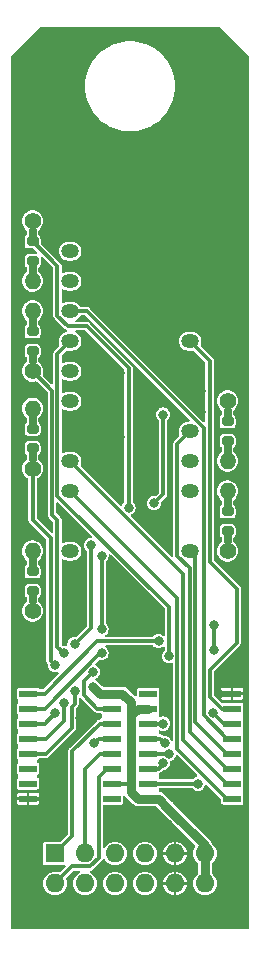
<source format=gtl>
G04 #@! TF.GenerationSoftware,KiCad,Pcbnew,7.0.1*
G04 #@! TF.CreationDate,2023-05-31T01:27:01+09:00*
G04 #@! TF.ProjectId,Pmod_MultiSegment_SinglePort,506d6f64-5f4d-4756-9c74-695365676d65,rev?*
G04 #@! TF.SameCoordinates,Original*
G04 #@! TF.FileFunction,Copper,L1,Top*
G04 #@! TF.FilePolarity,Positive*
%FSLAX46Y46*%
G04 Gerber Fmt 4.6, Leading zero omitted, Abs format (unit mm)*
G04 Created by KiCad (PCBNEW 7.0.1) date 2023-05-31 01:27:01*
%MOMM*%
%LPD*%
G01*
G04 APERTURE LIST*
G04 Aperture macros list*
%AMRoundRect*
0 Rectangle with rounded corners*
0 $1 Rounding radius*
0 $2 $3 $4 $5 $6 $7 $8 $9 X,Y pos of 4 corners*
0 Add a 4 corners polygon primitive as box body*
4,1,4,$2,$3,$4,$5,$6,$7,$8,$9,$2,$3,0*
0 Add four circle primitives for the rounded corners*
1,1,$1+$1,$2,$3*
1,1,$1+$1,$4,$5*
1,1,$1+$1,$6,$7*
1,1,$1+$1,$8,$9*
0 Add four rect primitives between the rounded corners*
20,1,$1+$1,$2,$3,$4,$5,0*
20,1,$1+$1,$4,$5,$6,$7,0*
20,1,$1+$1,$6,$7,$8,$9,0*
20,1,$1+$1,$8,$9,$2,$3,0*%
G04 Aperture macros list end*
G04 #@! TA.AperFunction,SMDPad,CuDef*
%ADD10R,1.500000X0.600000*%
G04 #@! TD*
G04 #@! TA.AperFunction,ComponentPad*
%ADD11O,1.524000X1.200000*%
G04 #@! TD*
G04 #@! TA.AperFunction,SMDPad,CuDef*
%ADD12O,0.600000X1.650000*%
G04 #@! TD*
G04 #@! TA.AperFunction,ComponentPad*
%ADD13C,1.400000*%
G04 #@! TD*
G04 #@! TA.AperFunction,SMDPad,CuDef*
%ADD14RoundRect,0.200000X-0.275000X0.200000X-0.275000X-0.200000X0.275000X-0.200000X0.275000X0.200000X0*%
G04 #@! TD*
G04 #@! TA.AperFunction,ComponentPad*
%ADD15O,1.400000X1.400000*%
G04 #@! TD*
G04 #@! TA.AperFunction,SMDPad,CuDef*
%ADD16RoundRect,0.200000X0.275000X-0.200000X0.275000X0.200000X-0.275000X0.200000X-0.275000X-0.200000X0*%
G04 #@! TD*
G04 #@! TA.AperFunction,ComponentPad*
%ADD17R,1.600000X1.600000*%
G04 #@! TD*
G04 #@! TA.AperFunction,ComponentPad*
%ADD18O,1.600000X1.600000*%
G04 #@! TD*
G04 #@! TA.AperFunction,ViaPad*
%ADD19C,0.800000*%
G04 #@! TD*
G04 #@! TA.AperFunction,Conductor*
%ADD20C,0.300000*%
G04 #@! TD*
G04 #@! TA.AperFunction,Conductor*
%ADD21C,0.800000*%
G04 #@! TD*
G04 APERTURE END LIST*
D10*
G04 #@! TO.P,U3,16,VCC*
G04 #@! TO.N,+3V3*
X9900000Y-20955000D03*
G04 #@! TO.P,U3,15,QA*
G04 #@! TO.N,/DIG1*
X9900000Y-22225000D03*
G04 #@! TO.P,U3,14,SER*
G04 #@! TO.N,/PMOD0_P1_COM_SER*
X9900000Y-23495000D03*
G04 #@! TO.P,U3,13,~{OE}*
G04 #@! TO.N,/PMOD0_P8_COM_OE*
X9900000Y-24765000D03*
G04 #@! TO.P,U3,12,RCLK*
G04 #@! TO.N,/PMOD_P2_COM_RCLK*
X9900000Y-26035000D03*
G04 #@! TO.P,U3,11,SRCLK*
G04 #@! TO.N,/PMOD0_P7_COM_SRCLK*
X9900000Y-27305000D03*
G04 #@! TO.P,U3,10,~{SRCLR}*
G04 #@! TO.N,+3V3*
X9900000Y-28575000D03*
G04 #@! TO.P,U3,9,QH'*
G04 #@! TO.N,unconnected-(U3-QH'-Pad9)*
X9900000Y-29845000D03*
G04 #@! TO.P,U3,8,GND*
G04 #@! TO.N,GND*
X2800000Y-29845000D03*
G04 #@! TO.P,U3,7,QH*
G04 #@! TO.N,unconnected-(U3-QH-Pad7)*
X2800000Y-28575000D03*
G04 #@! TO.P,U3,6,QG*
G04 #@! TO.N,unconnected-(U3-QG-Pad6)*
X2800000Y-27305000D03*
G04 #@! TO.P,U3,5,QF*
G04 #@! TO.N,/DIG6*
X2800000Y-26035000D03*
G04 #@! TO.P,U3,4,QE*
G04 #@! TO.N,/DIG5*
X2800000Y-24765000D03*
G04 #@! TO.P,U3,3,QD*
G04 #@! TO.N,/DIG4*
X2800000Y-23495000D03*
G04 #@! TO.P,U3,2,QC*
G04 #@! TO.N,/DIG3*
X2800000Y-22225000D03*
G04 #@! TO.P,U3,1,QB*
G04 #@! TO.N,/DIG2*
X2800000Y-20955000D03*
G04 #@! TD*
D11*
G04 #@! TO.P,U2,1,E*
G04 #@! TO.N,/SEG_E*
X16510000Y-8890000D03*
G04 #@! TO.P,U2,3,DIG2*
G04 #@! TO.N,Net-(U2-DIG2)*
X16510000Y-3810000D03*
G04 #@! TO.P,U2,4,DIG3*
G04 #@! TO.N,Net-(U2-DIG3)*
X16510000Y-1270000D03*
G04 #@! TO.P,U2,5,D*
G04 #@! TO.N,/SEG_D*
X16510000Y1270000D03*
G04 #@! TO.P,U2,8,DP*
G04 #@! TO.N,/SEG_H*
X16510000Y8890000D03*
G04 #@! TO.P,U2,12,DIG6*
G04 #@! TO.N,Net-(U2-DIG6)*
X6350000Y16510000D03*
G04 #@! TO.P,U2,13,DIG5*
G04 #@! TO.N,Net-(U2-DIG5)*
X6350000Y13970000D03*
G04 #@! TO.P,U2,14,F*
G04 #@! TO.N,/SEG_F*
X6350000Y11430000D03*
G04 #@! TO.P,U2,15,A*
G04 #@! TO.N,/SEG_A*
X6350000Y8890000D03*
G04 #@! TO.P,U2,16,DIG4*
G04 #@! TO.N,Net-(U2-DIG4)*
X6350000Y6350000D03*
G04 #@! TO.P,U2,17,G*
G04 #@! TO.N,/SEG_G*
X6350000Y3810000D03*
G04 #@! TO.P,U2,19,C*
G04 #@! TO.N,/SEG_C*
X6350000Y-1270000D03*
G04 #@! TO.P,U2,20,B*
G04 #@! TO.N,/SEG_B*
X6350000Y-3810000D03*
G04 #@! TO.P,U2,22,DIG1*
G04 #@! TO.N,Net-(U2-DIG1)*
X6350000Y-8890000D03*
G04 #@! TD*
D10*
G04 #@! TO.P,U1,1,QB*
G04 #@! TO.N,/SEG_B*
X20060000Y-29845000D03*
G04 #@! TO.P,U1,2,QC*
G04 #@! TO.N,/SEG_C*
X20060000Y-28575000D03*
G04 #@! TO.P,U1,3,QD*
G04 #@! TO.N,/SEG_D*
X20060000Y-27305000D03*
G04 #@! TO.P,U1,4,QE*
G04 #@! TO.N,/SEG_E*
X20060000Y-26035000D03*
G04 #@! TO.P,U1,5,QF*
G04 #@! TO.N,/SEG_F*
X20060000Y-24765000D03*
G04 #@! TO.P,U1,6,QG*
G04 #@! TO.N,/SEG_G*
X20060000Y-23495000D03*
G04 #@! TO.P,U1,7,QH*
G04 #@! TO.N,/SEG_H*
X20060000Y-22225000D03*
G04 #@! TO.P,U1,8,GND*
G04 #@! TO.N,GND*
X20060000Y-20955000D03*
G04 #@! TO.P,U1,9,QH'*
G04 #@! TO.N,unconnected-(U1-QH'-Pad9)*
X12960000Y-20955000D03*
G04 #@! TO.P,U1,10,~{SRCLR}*
G04 #@! TO.N,+3V3*
X12960000Y-22225000D03*
G04 #@! TO.P,U1,11,SRCLK*
G04 #@! TO.N,/PMOD0_P9_SEG_SRCLK*
X12960000Y-23495000D03*
G04 #@! TO.P,U1,12,RCLK*
G04 #@! TO.N,/PMOD0_P4_SEG_RCLK*
X12960000Y-24765000D03*
G04 #@! TO.P,U1,13,~{OE}*
G04 #@! TO.N,/PMOD0_P10_SEG_OE*
X12960000Y-26035000D03*
G04 #@! TO.P,U1,14,SER*
G04 #@! TO.N,/PMOD0_P3_SEG_SER*
X12960000Y-27305000D03*
G04 #@! TO.P,U1,15,QA*
G04 #@! TO.N,/SEG_A*
X12960000Y-28575000D03*
G04 #@! TO.P,U1,16,VCC*
G04 #@! TO.N,+3V3*
X12960000Y-29845000D03*
G04 #@! TD*
D12*
G04 #@! TO.P,R6,1*
G04 #@! TO.N,/DIG6*
X3175000Y17885000D03*
D13*
X3175000Y19050000D03*
D14*
X3175000Y17335000D03*
D12*
G04 #@! TO.P,R6,2*
G04 #@! TO.N,Net-(U2-DIG6)*
X3175000Y15135000D03*
D15*
X3175000Y13970000D03*
D14*
X3175000Y15685000D03*
G04 #@! TD*
D12*
G04 #@! TO.P,R5,1*
G04 #@! TO.N,/DIG5*
X3175000Y7515000D03*
D13*
X3175000Y6350000D03*
D16*
X3175000Y8065000D03*
D12*
G04 #@! TO.P,R5,2*
G04 #@! TO.N,Net-(U2-DIG5)*
X3175000Y10265000D03*
D15*
X3175000Y11430000D03*
D16*
X3175000Y9715000D03*
G04 #@! TD*
D12*
G04 #@! TO.P,R4,1*
G04 #@! TO.N,/DIG4*
X3175000Y-740000D03*
D13*
X3175000Y-1905000D03*
D16*
X3175000Y-190000D03*
D12*
G04 #@! TO.P,R4,2*
G04 #@! TO.N,Net-(U2-DIG4)*
X3175000Y2010000D03*
D15*
X3175000Y3175000D03*
D16*
X3175000Y1460000D03*
G04 #@! TD*
D12*
G04 #@! TO.P,R3,1*
G04 #@! TO.N,/DIG3*
X19685000Y2645000D03*
D13*
X19685000Y3810000D03*
D14*
X19685000Y2095000D03*
D12*
G04 #@! TO.P,R3,2*
G04 #@! TO.N,Net-(U2-DIG3)*
X19685000Y-105000D03*
D15*
X19685000Y-1270000D03*
D14*
X19685000Y445000D03*
G04 #@! TD*
D12*
G04 #@! TO.P,R2,1*
G04 #@! TO.N,/DIG2*
X19685000Y-7725000D03*
D13*
X19685000Y-8890000D03*
D16*
X19685000Y-7175000D03*
D12*
G04 #@! TO.P,R2,2*
G04 #@! TO.N,Net-(U2-DIG2)*
X19685000Y-4975000D03*
D15*
X19685000Y-3810000D03*
D16*
X19685000Y-5525000D03*
G04 #@! TD*
D12*
G04 #@! TO.P,R1,1*
G04 #@! TO.N,/DIG1*
X3175000Y-12805000D03*
D13*
X3175000Y-13970000D03*
D16*
X3175000Y-12255000D03*
D12*
G04 #@! TO.P,R1,2*
G04 #@! TO.N,Net-(U2-DIG1)*
X3175000Y-10055000D03*
D15*
X3175000Y-8890000D03*
D16*
X3175000Y-10605000D03*
G04 #@! TD*
D17*
G04 #@! TO.P,J1,1,Pin_1*
G04 #@! TO.N,/PMOD0_P1_COM_SER*
X5080000Y-34490000D03*
D18*
G04 #@! TO.P,J1,2,Pin_2*
G04 #@! TO.N,/PMOD_P2_COM_RCLK*
X7620000Y-34490000D03*
G04 #@! TO.P,J1,3,Pin_3*
G04 #@! TO.N,/PMOD0_P3_SEG_SER*
X10160000Y-34490000D03*
G04 #@! TO.P,J1,4,Pin_4*
G04 #@! TO.N,/PMOD0_P4_SEG_RCLK*
X12700000Y-34490000D03*
G04 #@! TO.P,J1,5,Pin_5*
G04 #@! TO.N,GND*
X15240000Y-34490000D03*
G04 #@! TO.P,J1,6,Pin_6*
G04 #@! TO.N,+3V3*
X17780000Y-34490000D03*
G04 #@! TO.P,J1,7,Pin_7*
G04 #@! TO.N,/PMOD0_P7_COM_SRCLK*
X5080000Y-37030000D03*
G04 #@! TO.P,J1,8,Pin_8*
G04 #@! TO.N,/PMOD0_P8_COM_OE*
X7620000Y-37030000D03*
G04 #@! TO.P,J1,9,Pin_9*
G04 #@! TO.N,/PMOD0_P9_SEG_SRCLK*
X10160000Y-37030000D03*
G04 #@! TO.P,J1,10,Pin_10*
G04 #@! TO.N,/PMOD0_P10_SEG_OE*
X12700000Y-37030000D03*
G04 #@! TO.P,J1,11,Pin_11*
G04 #@! TO.N,GND*
X15240000Y-37030000D03*
G04 #@! TO.P,J1,12,Pin_12*
G04 #@! TO.N,+3V3*
X17780000Y-37030000D03*
G04 #@! TD*
D19*
G04 #@! TO.N,GND*
X11684000Y-20320000D03*
G04 #@! TO.N,/PMOD0_P4_SEG_RCLK*
X14351000Y-25146000D03*
G04 #@! TO.N,GND*
X11557000Y-32893000D03*
X20320000Y-18161000D03*
X18923000Y-19177000D03*
X3937000Y-5588000D03*
X6223000Y2413000D03*
X10414000Y-3937000D03*
X17526000Y31369000D03*
X2667000Y32131000D03*
X4445000Y17399000D03*
X6096000Y12700000D03*
X15621000Y4826000D03*
X17399000Y4699000D03*
X17399000Y2921000D03*
X2794000Y-7239000D03*
X3810000Y-15748000D03*
X4064000Y-19558000D03*
X2286000Y-19431000D03*
X2286000Y-31369000D03*
X2286000Y-39878000D03*
X20447000Y-39751000D03*
X20447000Y-30988000D03*
X15748000Y-30226000D03*
X15748000Y-29337000D03*
X14605000Y-32004000D03*
X15113000Y-32639000D03*
X7239000Y-24003000D03*
X5715000Y-25781000D03*
X14478000Y-22352000D03*
X12700000Y-17526000D03*
X10287000Y-17526000D03*
X10287000Y-15621000D03*
X12700000Y-15621000D03*
X13843000Y-14097000D03*
X9779000Y-10287000D03*
X10033000Y-14605000D03*
X6096000Y-13335000D03*
X7366000Y-14605000D03*
X6096000Y-6096000D03*
X6096000Y-10287000D03*
X6096000Y-15748000D03*
X14605000Y-8382000D03*
X13716000Y-5969000D03*
X12954000Y-6731000D03*
X12319000Y-4826000D03*
X12192000Y-3302000D03*
X15367000Y2540000D03*
X14224000Y3810000D03*
X13462000Y-2159000D03*
X12192000Y-762000D03*
X12065000Y1778000D03*
X12065000Y5842000D03*
X10541000Y6223000D03*
X7874000Y8890000D03*
X8001000Y3302000D03*
X10541000Y762000D03*
X10287000Y1778000D03*
G04 #@! TO.N,/DIG1*
X8305122Y-19100122D03*
G04 #@! TO.N,/DIG6*
X11303000Y-5207000D03*
X8128000Y-8382000D03*
X6731000Y-16764000D03*
X6731000Y-20701000D03*
G04 #@! TO.N,/DIG5*
X5842000Y-21717000D03*
X5842000Y-17526000D03*
G04 #@! TO.N,/DIG4*
X5080000Y-18542000D03*
X5080000Y-22606000D03*
G04 #@! TO.N,/DIG3*
X14224000Y2667000D03*
X13462000Y-4826000D03*
X9017000Y-9271000D03*
X9017000Y-15494000D03*
X9017000Y-17526000D03*
G04 #@! TO.N,/SEG_G*
X18542000Y-15113000D03*
X18542000Y-17272000D03*
G04 #@! TO.N,/DIG2*
X13843000Y-16510000D03*
G04 #@! TO.N,/SEG_A*
X14732500Y-17780000D03*
X17209500Y-28575000D03*
G04 #@! TO.N,GND*
X18923000Y-20955000D03*
G04 #@! TO.N,/SEG_G*
X18462622Y-22558378D03*
G04 #@! TO.N,/PMOD0_P9_SEG_SRCLK*
X14224000Y-23495000D03*
G04 #@! TO.N,/PMOD0_P3_SEG_SER*
X14194049Y-26817408D03*
G04 #@! TO.N,/PMOD0_P10_SEG_OE*
X14732000Y-26035000D03*
G04 #@! TO.N,/PMOD0_P8_COM_OE*
X8382000Y-25146000D03*
G04 #@! TO.N,GND*
X4445000Y-29845000D03*
X15800000Y-27800000D03*
X7200000Y-23000000D03*
G04 #@! TO.N,+3V3*
X8300000Y-20400000D03*
X14600000Y-30600000D03*
G04 #@! TD*
D20*
G04 #@! TO.N,/PMOD0_P4_SEG_RCLK*
X14351000Y-25146000D02*
X13970000Y-24765000D01*
X13970000Y-24765000D02*
X12960000Y-24765000D01*
G04 #@! TO.N,/DIG1*
X7493000Y-19912244D02*
X8305122Y-19100122D01*
X7493000Y-21052950D02*
X7493000Y-19912244D01*
X8665050Y-22225000D02*
X7493000Y-21052950D01*
X9900000Y-22225000D02*
X8665050Y-22225000D01*
G04 #@! TO.N,/DIG6*
X5288000Y15222000D02*
X3175000Y17335000D01*
X5288000Y11057208D02*
X5288000Y15222000D01*
X6185208Y10160000D02*
X5288000Y11057208D01*
X7747000Y10160000D02*
X6185208Y10160000D01*
X11303000Y6604000D02*
X7747000Y10160000D01*
X11303000Y-5207000D02*
X11303000Y6604000D01*
X8128000Y-15367000D02*
X8128000Y-8382000D01*
X6731000Y-16764000D02*
X8128000Y-15367000D01*
X6500000Y-22048950D02*
X6731000Y-21817950D01*
X4318000Y-26035000D02*
X6500000Y-23853000D01*
X6500000Y-23853000D02*
X6500000Y-22048950D01*
X6731000Y-21817950D02*
X6731000Y-20701000D01*
X2800000Y-26035000D02*
X4318000Y-26035000D01*
G04 #@! TO.N,/DIG5*
X4838000Y4687000D02*
X3175000Y6350000D01*
X4838000Y-5819000D02*
X4838000Y4687000D01*
X5288000Y-6269000D02*
X4838000Y-5819000D01*
G04 #@! TO.N,/DIG4*
X4699000Y-18161000D02*
X5080000Y-18542000D01*
X3175000Y-6223000D02*
X4699000Y-7747000D01*
X4699000Y-7747000D02*
X4699000Y-18161000D01*
X3175000Y-1905000D02*
X3175000Y-6223000D01*
X3175000Y-1905000D02*
X3175000Y-190000D01*
G04 #@! TO.N,/DIG5*
X5288000Y-16972000D02*
X5288000Y-6269000D01*
X5842000Y-17526000D02*
X5288000Y-16972000D01*
X4318000Y-24765000D02*
X5842000Y-23241000D01*
X5842000Y-23241000D02*
X5842000Y-21717000D01*
X2800000Y-24765000D02*
X4318000Y-24765000D01*
G04 #@! TO.N,/DIG4*
X4191000Y-23495000D02*
X5080000Y-22606000D01*
X2800000Y-23495000D02*
X4191000Y-23495000D01*
G04 #@! TO.N,/DIG3*
X14224000Y-4064000D02*
X14224000Y2667000D01*
X13462000Y-4826000D02*
X14224000Y-4064000D01*
X9017000Y-15494000D02*
X9017000Y-9271000D01*
X8890000Y-17526000D02*
X9017000Y-17526000D01*
X4191000Y-22225000D02*
X8890000Y-17526000D01*
X2800000Y-22225000D02*
X4191000Y-22225000D01*
G04 #@! TO.N,/SEG_G*
X18542000Y-17272000D02*
X18542000Y-15113000D01*
G04 #@! TO.N,/SEG_H*
X18165000Y-9783000D02*
X18165000Y7235000D01*
X20447000Y-12065000D02*
X18165000Y-9783000D01*
X20447000Y-16637000D02*
X20447000Y-12065000D01*
X18165000Y-21213000D02*
X18165000Y-18919000D01*
X18165000Y-18919000D02*
X20447000Y-16637000D01*
G04 #@! TO.N,/DIG2*
X8636000Y-16510000D02*
X13843000Y-16510000D01*
X4191000Y-20955000D02*
X8636000Y-16510000D01*
X2800000Y-20955000D02*
X4191000Y-20955000D01*
G04 #@! TO.N,/SEG_A*
X5288000Y7828000D02*
X6350000Y8890000D01*
X14732500Y-17780000D02*
X14732500Y-13627292D01*
X14732500Y-13627292D02*
X5288000Y-4182792D01*
X12960000Y-28575000D02*
X17209500Y-28575000D01*
X5288000Y-4182792D02*
X5288000Y7828000D01*
G04 #@! TO.N,GND*
X20060000Y-20955000D02*
X18923000Y-20955000D01*
G04 #@! TO.N,/SEG_H*
X18165000Y7235000D02*
X16510000Y8890000D01*
X19177000Y-22225000D02*
X18165000Y-21213000D01*
X20060000Y-22225000D02*
X19177000Y-22225000D01*
G04 #@! TO.N,/SEG_G*
X19399244Y-23495000D02*
X18462622Y-22558378D01*
X20060000Y-23495000D02*
X19399244Y-23495000D01*
G04 #@! TO.N,/SEG_F*
X7784792Y11430000D02*
X6350000Y11430000D01*
X17715000Y1499792D02*
X7784792Y11430000D01*
X17715000Y-22800000D02*
X17715000Y1499792D01*
X19680000Y-24765000D02*
X17715000Y-22800000D01*
X20060000Y-24765000D02*
X19680000Y-24765000D01*
G04 #@! TO.N,/SEG_E*
X16960000Y-9340000D02*
X16510000Y-8890000D01*
X16960000Y-23385000D02*
X16960000Y-9340000D01*
X20060000Y-26035000D02*
X19610000Y-26035000D01*
X19610000Y-26035000D02*
X16960000Y-23385000D01*
G04 #@! TO.N,/SEG_D*
X15448000Y208000D02*
X16510000Y1270000D01*
X15448000Y-9262792D02*
X15448000Y208000D01*
X16510000Y-24205000D02*
X16510000Y-10324792D01*
X16510000Y-10324792D02*
X15448000Y-9262792D01*
X19610000Y-27305000D02*
X16510000Y-24205000D01*
X20060000Y-27305000D02*
X19610000Y-27305000D01*
G04 #@! TO.N,/SEG_C*
X15882000Y-10802000D02*
X6350000Y-1270000D01*
X15882000Y-24847000D02*
X15882000Y-10802000D01*
X19610000Y-28575000D02*
X15882000Y-24847000D01*
X20060000Y-28575000D02*
X19610000Y-28575000D01*
G04 #@! TO.N,/SEG_B*
X15432000Y-25667000D02*
X15432000Y-12892000D01*
X19610000Y-29845000D02*
X15432000Y-25667000D01*
X20060000Y-29845000D02*
X19610000Y-29845000D01*
X15432000Y-12892000D02*
X6350000Y-3810000D01*
G04 #@! TO.N,/PMOD0_P9_SEG_SRCLK*
X14224000Y-23495000D02*
X12960000Y-23495000D01*
G04 #@! TO.N,/PMOD0_P3_SEG_SER*
X13843000Y-27305000D02*
X12960000Y-27305000D01*
X14194049Y-26953951D02*
X13843000Y-27305000D01*
X14194049Y-26817408D02*
X14194049Y-26953951D01*
G04 #@! TO.N,/PMOD0_P10_SEG_OE*
X14732000Y-26035000D02*
X12960000Y-26035000D01*
G04 #@! TO.N,+3V3*
X9900000Y-28575000D02*
X11500000Y-28575000D01*
D21*
X11500000Y-28575000D02*
X11500000Y-22805000D01*
X11500000Y-29265000D02*
X11500000Y-28575000D01*
D20*
G04 #@! TO.N,/PMOD0_P8_COM_OE*
X8763000Y-24765000D02*
X9900000Y-24765000D01*
X8382000Y-25146000D02*
X8763000Y-24765000D01*
G04 #@! TO.N,/PMOD0_P7_COM_SRCLK*
X9450000Y-27305000D02*
X9900000Y-27305000D01*
X8075635Y-35590000D02*
X8763000Y-34902635D01*
X6520000Y-35590000D02*
X8075635Y-35590000D01*
X8763000Y-34902635D02*
X8763000Y-27992000D01*
X5080000Y-37030000D02*
X6520000Y-35590000D01*
X8763000Y-27992000D02*
X9450000Y-27305000D01*
G04 #@! TO.N,/PMOD0_P1_COM_SER*
X6552000Y-25833000D02*
X8890000Y-23495000D01*
X6552000Y-33018000D02*
X6552000Y-25833000D01*
X5080000Y-34490000D02*
X6552000Y-33018000D01*
X8890000Y-23495000D02*
X9900000Y-23495000D01*
G04 #@! TO.N,/PMOD_P2_COM_RCLK*
X7620000Y-27305000D02*
X8890000Y-26035000D01*
X8890000Y-26035000D02*
X9900000Y-26035000D01*
X7620000Y-34490000D02*
X7620000Y-27305000D01*
G04 #@! TO.N,GND*
X2800000Y-29845000D02*
X4445000Y-29845000D01*
D21*
G04 #@! TO.N,+3V3*
X8855000Y-20955000D02*
X8300000Y-20400000D01*
X9900000Y-20955000D02*
X8855000Y-20955000D01*
X10780000Y-20955000D02*
X9900000Y-20955000D01*
X11500000Y-21675000D02*
X10780000Y-20955000D01*
X11500000Y-22805000D02*
X11500000Y-21675000D01*
X12080000Y-22225000D02*
X12960000Y-22225000D01*
X11500000Y-22805000D02*
X12080000Y-22225000D01*
X12080000Y-29845000D02*
X11500000Y-29265000D01*
X12960000Y-29845000D02*
X12080000Y-29845000D01*
X13845000Y-29845000D02*
X12960000Y-29845000D01*
X14600000Y-30600000D02*
X13845000Y-29845000D01*
X17780000Y-33780000D02*
X14600000Y-30600000D01*
X17780000Y-34490000D02*
X17780000Y-33780000D01*
X17780000Y-37030000D02*
X17780000Y-34490000D01*
G04 #@! TD*
G04 #@! TA.AperFunction,Conductor*
G04 #@! TO.N,GND*
G36*
X15422733Y-26169948D02*
G01*
X15463999Y-26194681D01*
X17094013Y-27824695D01*
X17118746Y-27865961D01*
X17121107Y-27914013D01*
X17100537Y-27957504D01*
X17061895Y-27986163D01*
X16906658Y-28050464D01*
X16781217Y-28146717D01*
X16751254Y-28185767D01*
X16716499Y-28214290D01*
X16672712Y-28224500D01*
X13970313Y-28224500D01*
X13923645Y-28212811D01*
X13887998Y-28180503D01*
X13865423Y-28146718D01*
X13859684Y-28138129D01*
X13843000Y-28083128D01*
X13843000Y-27796872D01*
X13859684Y-27741871D01*
X13867240Y-27730563D01*
X13898867Y-27683231D01*
X13898867Y-27683226D01*
X13899298Y-27682583D01*
X13927903Y-27654421D01*
X13948444Y-27646470D01*
X13958381Y-27641092D01*
X14001655Y-27617671D01*
X14005259Y-27615816D01*
X14049484Y-27594198D01*
X14049485Y-27594196D01*
X14054398Y-27591795D01*
X14057550Y-27589444D01*
X14061254Y-27585420D01*
X14061258Y-27585418D01*
X14094602Y-27549195D01*
X14097364Y-27546316D01*
X14200856Y-27442824D01*
X14227071Y-27424040D01*
X14257932Y-27414679D01*
X14350811Y-27402452D01*
X14496890Y-27341944D01*
X14622331Y-27245690D01*
X14718585Y-27120249D01*
X14779093Y-26974170D01*
X14799731Y-26817408D01*
X14788629Y-26733079D01*
X14795318Y-26682271D01*
X14826517Y-26641614D01*
X14873859Y-26622005D01*
X14888762Y-26620044D01*
X15034841Y-26559536D01*
X15160282Y-26463282D01*
X15256536Y-26337841D01*
X15302531Y-26226798D01*
X15331190Y-26188157D01*
X15374681Y-26167587D01*
X15422733Y-26169948D01*
G37*
G04 #@! TD.AperFunction*
G04 #@! TA.AperFunction,Conductor*
G36*
X13349999Y-16870710D02*
G01*
X13384754Y-16899233D01*
X13414717Y-16938282D01*
X13497494Y-17001798D01*
X13540159Y-17034536D01*
X13686238Y-17095044D01*
X13843000Y-17115682D01*
X13999762Y-17095044D01*
X14145841Y-17034536D01*
X14222732Y-16975535D01*
X14273297Y-16955554D01*
X14326787Y-16965287D01*
X14367071Y-17001798D01*
X14382000Y-17054077D01*
X14382000Y-17243212D01*
X14371790Y-17286999D01*
X14343267Y-17321754D01*
X14304217Y-17351717D01*
X14207964Y-17477158D01*
X14147455Y-17623238D01*
X14126818Y-17780000D01*
X14147455Y-17936761D01*
X14207964Y-18082841D01*
X14304217Y-18208282D01*
X14383500Y-18269117D01*
X14429659Y-18304536D01*
X14575738Y-18365044D01*
X14732500Y-18385682D01*
X14889262Y-18365044D01*
X14944615Y-18342115D01*
X14992203Y-18335057D01*
X15037501Y-18351264D01*
X15069810Y-18386912D01*
X15081500Y-18433580D01*
X15081500Y-24842694D01*
X15066911Y-24894421D01*
X15027445Y-24930904D01*
X14974733Y-24941389D01*
X14924309Y-24922787D01*
X14891036Y-24880580D01*
X14875536Y-24843159D01*
X14842273Y-24799810D01*
X14779282Y-24717717D01*
X14653841Y-24621464D01*
X14507761Y-24560955D01*
X14350999Y-24540317D01*
X14307354Y-24546063D01*
X14268481Y-24543448D01*
X14233627Y-24526035D01*
X14207309Y-24505551D01*
X14198118Y-24497435D01*
X14197310Y-24496627D01*
X14181228Y-24485145D01*
X14177949Y-24482700D01*
X14167060Y-24474225D01*
X14139126Y-24452483D01*
X14139124Y-24452482D01*
X14134822Y-24449134D01*
X14131292Y-24447316D01*
X14078909Y-24431720D01*
X14075016Y-24430472D01*
X14023328Y-24412728D01*
X14019407Y-24412157D01*
X13974146Y-24414029D01*
X13925202Y-24403370D01*
X13887740Y-24370117D01*
X13871685Y-24346089D01*
X13859684Y-24328129D01*
X13843000Y-24273128D01*
X13843000Y-24135325D01*
X13854690Y-24088657D01*
X13886999Y-24053009D01*
X13932297Y-24036802D01*
X13979883Y-24043860D01*
X14067238Y-24080044D01*
X14224000Y-24100682D01*
X14380762Y-24080044D01*
X14526841Y-24019536D01*
X14652282Y-23923282D01*
X14748536Y-23797841D01*
X14809044Y-23651762D01*
X14829682Y-23495000D01*
X14809044Y-23338238D01*
X14748536Y-23192159D01*
X14697770Y-23125999D01*
X14652282Y-23066717D01*
X14526841Y-22970464D01*
X14380761Y-22909955D01*
X14224000Y-22889318D01*
X14067238Y-22909955D01*
X14011202Y-22933166D01*
X13979883Y-22946139D01*
X13932297Y-22953198D01*
X13886999Y-22936991D01*
X13854690Y-22901343D01*
X13843000Y-22854675D01*
X13843000Y-22716872D01*
X13859685Y-22661870D01*
X13871685Y-22643911D01*
X13898867Y-22603231D01*
X13910500Y-22544748D01*
X13910500Y-21905252D01*
X13898867Y-21846769D01*
X13859684Y-21788129D01*
X13843000Y-21733128D01*
X13843000Y-21446872D01*
X13859685Y-21391870D01*
X13865423Y-21383282D01*
X13898867Y-21333231D01*
X13910500Y-21274748D01*
X13910500Y-20635252D01*
X13898867Y-20576769D01*
X13883028Y-20553065D01*
X13854552Y-20510447D01*
X13788231Y-20466133D01*
X13788230Y-20466132D01*
X13729748Y-20454500D01*
X12190252Y-20454500D01*
X12161010Y-20460316D01*
X12131768Y-20466133D01*
X12065447Y-20510447D01*
X12021133Y-20576768D01*
X12009500Y-20635253D01*
X12009500Y-21096257D01*
X11992815Y-21151258D01*
X11948386Y-21187721D01*
X11891186Y-21193355D01*
X11840496Y-21166261D01*
X11237037Y-20562802D01*
X11228499Y-20553065D01*
X11208282Y-20526718D01*
X11082841Y-20430464D01*
X10939752Y-20371194D01*
X10937119Y-20370001D01*
X10780000Y-20349318D01*
X10747073Y-20353653D01*
X10734151Y-20354500D01*
X9939361Y-20354500D01*
X9144743Y-20354500D01*
X9106857Y-20346964D01*
X9074739Y-20325504D01*
X8757035Y-20007800D01*
X8748496Y-19998062D01*
X8728281Y-19971716D01*
X8602841Y-19875464D01*
X8523465Y-19842585D01*
X8479035Y-19806122D01*
X8462351Y-19751120D01*
X8479036Y-19696119D01*
X8523463Y-19659658D01*
X8607963Y-19624658D01*
X8733404Y-19528404D01*
X8829658Y-19402963D01*
X8890166Y-19256884D01*
X8910804Y-19100122D01*
X8890166Y-18943360D01*
X8829658Y-18797281D01*
X8754062Y-18698762D01*
X8733404Y-18671839D01*
X8607964Y-18575587D01*
X8607963Y-18575586D01*
X8552608Y-18552657D01*
X8513966Y-18523997D01*
X8493397Y-18480506D01*
X8495758Y-18432454D01*
X8520489Y-18391191D01*
X8773050Y-18138630D01*
X8811229Y-18114890D01*
X8855974Y-18110483D01*
X8889451Y-18114890D01*
X9017000Y-18131682D01*
X9173762Y-18111044D01*
X9319841Y-18050536D01*
X9445282Y-17954282D01*
X9541536Y-17828841D01*
X9602044Y-17682762D01*
X9622682Y-17526000D01*
X9602044Y-17369238D01*
X9541536Y-17223159D01*
X9517843Y-17192282D01*
X9445282Y-17097717D01*
X9367511Y-17038042D01*
X9333041Y-16988239D01*
X9334032Y-16927678D01*
X9370113Y-16879028D01*
X9427778Y-16860500D01*
X13306212Y-16860500D01*
X13349999Y-16870710D01*
G37*
G04 #@! TD.AperFunction*
G04 #@! TA.AperFunction,Conductor*
G36*
X5357504Y-4747978D02*
G01*
X8218712Y-7609186D01*
X8246386Y-7663063D01*
X8237499Y-7722976D01*
X8195377Y-7766500D01*
X8135787Y-7777343D01*
X8128000Y-7776318D01*
X7971238Y-7796955D01*
X7825158Y-7857464D01*
X7699717Y-7953717D01*
X7603464Y-8079158D01*
X7542955Y-8225238D01*
X7531188Y-8314625D01*
X7522318Y-8382000D01*
X7523074Y-8387739D01*
X7542955Y-8538761D01*
X7603464Y-8684841D01*
X7699717Y-8810282D01*
X7738767Y-8840246D01*
X7767290Y-8875001D01*
X7777500Y-8918788D01*
X7777500Y-15180810D01*
X7769964Y-15218696D01*
X7748503Y-15250814D01*
X6862723Y-16136592D01*
X6824544Y-16160334D01*
X6779800Y-16164741D01*
X6731002Y-16158317D01*
X6574238Y-16178955D01*
X6428158Y-16239464D01*
X6302717Y-16335717D01*
X6206464Y-16461158D01*
X6145955Y-16607238D01*
X6125318Y-16764000D01*
X6134876Y-16836601D01*
X6128187Y-16887409D01*
X6096990Y-16928065D01*
X6049645Y-16947676D01*
X5998838Y-16940987D01*
X5998763Y-16940955D01*
X5857321Y-16922335D01*
X5842000Y-16920318D01*
X5841999Y-16920318D01*
X5793200Y-16926742D01*
X5748456Y-16922335D01*
X5710275Y-16898593D01*
X5667496Y-16855814D01*
X5646036Y-16823696D01*
X5638500Y-16785810D01*
X5638500Y-9669261D01*
X5652230Y-9618962D01*
X5689612Y-9582614D01*
X5740277Y-9570300D01*
X5790168Y-9585434D01*
X5838478Y-9615789D01*
X5946851Y-9653710D01*
X6008741Y-9675367D01*
X6008742Y-9675367D01*
X6008745Y-9675368D01*
X6143046Y-9690500D01*
X6556951Y-9690500D01*
X6556954Y-9690500D01*
X6691255Y-9675368D01*
X6861522Y-9615789D01*
X7014262Y-9519816D01*
X7141816Y-9392262D01*
X7237789Y-9239522D01*
X7297368Y-9069255D01*
X7317565Y-8890000D01*
X7297368Y-8710745D01*
X7294218Y-8701744D01*
X7262807Y-8611976D01*
X7237789Y-8540478D01*
X7141816Y-8387738D01*
X7014262Y-8260184D01*
X6861522Y-8164211D01*
X6852454Y-8161038D01*
X6691258Y-8104632D01*
X6624104Y-8097066D01*
X6556954Y-8089500D01*
X6143046Y-8089500D01*
X6085488Y-8095985D01*
X6008741Y-8104632D01*
X5838480Y-8164210D01*
X5838478Y-8164210D01*
X5838478Y-8164211D01*
X5790168Y-8194565D01*
X5740277Y-8209700D01*
X5689612Y-8197386D01*
X5652230Y-8161038D01*
X5638500Y-8110739D01*
X5638500Y-6315614D01*
X5640607Y-6295298D01*
X5643042Y-6283685D01*
X5639260Y-6253344D01*
X5638500Y-6241099D01*
X5638500Y-6239961D01*
X5638500Y-6239960D01*
X5635244Y-6220454D01*
X5634658Y-6216430D01*
X5628573Y-6167607D01*
X5628571Y-6167604D01*
X5627896Y-6162182D01*
X5626693Y-6158426D01*
X5600835Y-6110646D01*
X5600681Y-6110360D01*
X5598813Y-6106731D01*
X5581813Y-6071957D01*
X5577198Y-6062516D01*
X5577196Y-6062514D01*
X5574801Y-6057614D01*
X5572436Y-6054441D01*
X5568418Y-6050742D01*
X5532221Y-6017420D01*
X5529294Y-6014612D01*
X5217496Y-5702814D01*
X5196036Y-5670696D01*
X5188500Y-5632810D01*
X5188500Y-4817982D01*
X5205185Y-4762981D01*
X5249614Y-4726518D01*
X5306814Y-4720884D01*
X5357504Y-4747978D01*
G37*
G04 #@! TD.AperFunction*
G04 #@! TA.AperFunction,Conductor*
G36*
X9789813Y-9180287D02*
G01*
X14353004Y-13743478D01*
X14374464Y-13775596D01*
X14382000Y-13813482D01*
X14382000Y-15965923D01*
X14367071Y-16018202D01*
X14326787Y-16054713D01*
X14273297Y-16064446D01*
X14222733Y-16044465D01*
X14145841Y-15985464D01*
X13999761Y-15924955D01*
X13843000Y-15904318D01*
X13686238Y-15924955D01*
X13540158Y-15985464D01*
X13414717Y-16081717D01*
X13384754Y-16120767D01*
X13349999Y-16149290D01*
X13306212Y-16159500D01*
X9427778Y-16159500D01*
X9370113Y-16140972D01*
X9334032Y-16092322D01*
X9333041Y-16031761D01*
X9367511Y-15981958D01*
X9445282Y-15922282D01*
X9459066Y-15904318D01*
X9541536Y-15796841D01*
X9602044Y-15650762D01*
X9622682Y-15494000D01*
X9602044Y-15337238D01*
X9541536Y-15191159D01*
X9481563Y-15113000D01*
X9445282Y-15065717D01*
X9406233Y-15035754D01*
X9377710Y-15000999D01*
X9367500Y-14957212D01*
X9367500Y-9807788D01*
X9377710Y-9764001D01*
X9406233Y-9729246D01*
X9445282Y-9699282D01*
X9463632Y-9675368D01*
X9541536Y-9573841D01*
X9602044Y-9427762D01*
X9622682Y-9271000D01*
X9621656Y-9263212D01*
X9632498Y-9203625D01*
X9676021Y-9161501D01*
X9735935Y-9152613D01*
X9789813Y-9180287D01*
G37*
G04 #@! TD.AperFunction*
G04 #@! TA.AperFunction,Conductor*
G36*
X7636488Y11071964D02*
G01*
X7668606Y11050504D01*
X12141408Y6577702D01*
X16479607Y2239504D01*
X16506701Y2188814D01*
X16501067Y2131614D01*
X16464604Y2087185D01*
X16409603Y2070500D01*
X16303046Y2070500D01*
X16168745Y2055368D01*
X16168742Y2055367D01*
X16168741Y2055367D01*
X16106851Y2033710D01*
X15998478Y1995789D01*
X15845738Y1899816D01*
X15718184Y1772262D01*
X15622211Y1619522D01*
X15622210Y1619519D01*
X15562632Y1449258D01*
X15542435Y1270000D01*
X15562632Y1090744D01*
X15612704Y947646D01*
X15615777Y892919D01*
X15589263Y844945D01*
X15233119Y488801D01*
X15217262Y475925D01*
X15207331Y469437D01*
X15207330Y469436D01*
X15188551Y445309D01*
X15180435Y436118D01*
X15179627Y435310D01*
X15168145Y419228D01*
X15165700Y415949D01*
X15135483Y377126D01*
X15135482Y377124D01*
X15132134Y372822D01*
X15130316Y369292D01*
X15114720Y316909D01*
X15113472Y313016D01*
X15095728Y261328D01*
X15095157Y257408D01*
X15097415Y202825D01*
X15097500Y198733D01*
X15097500Y-9216173D01*
X15095393Y-9236489D01*
X15092956Y-9248107D01*
X15095616Y-9269443D01*
X15084443Y-9328807D01*
X15040856Y-9370628D01*
X14981081Y-9379337D01*
X14927372Y-9351691D01*
X11499449Y-5923768D01*
X11474716Y-5882502D01*
X11472355Y-5834450D01*
X11492925Y-5790959D01*
X11531565Y-5762302D01*
X11605841Y-5731536D01*
X11731282Y-5635282D01*
X11827536Y-5509841D01*
X11888044Y-5363762D01*
X11908682Y-5207000D01*
X11888044Y-5050238D01*
X11827536Y-4904159D01*
X11805139Y-4874971D01*
X11767562Y-4825999D01*
X12856318Y-4825999D01*
X12876955Y-4982761D01*
X12937464Y-5128841D01*
X13033717Y-5254282D01*
X13129971Y-5328139D01*
X13159159Y-5350536D01*
X13305238Y-5411044D01*
X13462000Y-5431682D01*
X13618762Y-5411044D01*
X13764841Y-5350536D01*
X13890282Y-5254282D01*
X13986536Y-5128841D01*
X14047044Y-4982762D01*
X14067682Y-4826000D01*
X14061256Y-4777196D01*
X14065663Y-4732456D01*
X14089403Y-4694276D01*
X14438881Y-4344798D01*
X14454729Y-4331930D01*
X14464669Y-4325437D01*
X14483462Y-4301290D01*
X14491576Y-4292104D01*
X14492375Y-4291306D01*
X14503856Y-4275224D01*
X14506301Y-4271946D01*
X14535016Y-4235054D01*
X14536517Y-4233126D01*
X14536517Y-4233124D01*
X14539875Y-4228811D01*
X14541678Y-4225309D01*
X14543238Y-4220068D01*
X14543240Y-4220066D01*
X14557282Y-4172896D01*
X14558520Y-4169034D01*
X14561786Y-4159522D01*
X14574500Y-4122488D01*
X14574500Y-4122487D01*
X14576272Y-4117325D01*
X14576842Y-4113407D01*
X14574585Y-4058814D01*
X14574500Y-4054723D01*
X14574500Y2130212D01*
X14584710Y2173999D01*
X14613233Y2208754D01*
X14652282Y2238717D01*
X14748535Y2364158D01*
X14748536Y2364159D01*
X14809044Y2510238D01*
X14829682Y2667000D01*
X14809044Y2823762D01*
X14748536Y2969841D01*
X14652282Y3095282D01*
X14526841Y3191536D01*
X14380762Y3252044D01*
X14224000Y3272682D01*
X14067238Y3252044D01*
X13921159Y3191536D01*
X13899609Y3175000D01*
X13795717Y3095282D01*
X13699464Y2969841D01*
X13638955Y2823761D01*
X13618318Y2667000D01*
X13638955Y2510238D01*
X13699464Y2364158D01*
X13795717Y2238717D01*
X13834767Y2208754D01*
X13863290Y2173999D01*
X13873500Y2130212D01*
X13873500Y-3877812D01*
X13865964Y-3915698D01*
X13844503Y-3947816D01*
X13593724Y-4198593D01*
X13555544Y-4222335D01*
X13510800Y-4226742D01*
X13462000Y-4220318D01*
X13305238Y-4240955D01*
X13159158Y-4301464D01*
X13033717Y-4397717D01*
X12937464Y-4523158D01*
X12876955Y-4669238D01*
X12856318Y-4825999D01*
X11767562Y-4825999D01*
X11731282Y-4778717D01*
X11692233Y-4748754D01*
X11663710Y-4713999D01*
X11653500Y-4670212D01*
X11653500Y6557386D01*
X11655607Y6577702D01*
X11658042Y6589315D01*
X11654260Y6619656D01*
X11653500Y6631901D01*
X11653500Y6633038D01*
X11653500Y6633040D01*
X11650242Y6652558D01*
X11649657Y6656576D01*
X11644304Y6699522D01*
X11643573Y6705393D01*
X11643572Y6705393D01*
X11642896Y6710822D01*
X11641694Y6714572D01*
X11639092Y6719379D01*
X11639092Y6719381D01*
X11615671Y6762655D01*
X11613807Y6766278D01*
X11592198Y6810484D01*
X11592196Y6810485D01*
X11589795Y6815398D01*
X11587444Y6818550D01*
X11583420Y6822254D01*
X11583418Y6822258D01*
X11547195Y6855602D01*
X11544316Y6858364D01*
X8027796Y10374884D01*
X8014926Y10390734D01*
X8008437Y10400669D01*
X7984305Y10419450D01*
X7975111Y10427570D01*
X7974307Y10428375D01*
X7958222Y10439858D01*
X7954962Y10442288D01*
X7916126Y10472517D01*
X7916125Y10472517D01*
X7911810Y10475876D01*
X7908309Y10477678D01*
X7903068Y10479238D01*
X7903066Y10479240D01*
X7855896Y10493282D01*
X7852034Y10494520D01*
X7805488Y10510500D01*
X7805487Y10510500D01*
X7800325Y10512272D01*
X7796408Y10512842D01*
X7790955Y10512616D01*
X7790954Y10512617D01*
X7741823Y10510584D01*
X7737733Y10510500D01*
X6890599Y10510500D01*
X6837928Y10525674D01*
X6801403Y10566545D01*
X6792221Y10620584D01*
X6813198Y10671225D01*
X6857901Y10702944D01*
X6861519Y10704210D01*
X6861522Y10704211D01*
X7014262Y10800184D01*
X7141816Y10927738D01*
X7204921Y11028169D01*
X7208064Y11033171D01*
X7244002Y11067147D01*
X7291890Y11079500D01*
X7598602Y11079500D01*
X7636488Y11071964D01*
G37*
G04 #@! TD.AperFunction*
G04 #@! TA.AperFunction,Conductor*
G36*
X7598696Y9801964D02*
G01*
X7630814Y9780504D01*
X10923504Y6487814D01*
X10944964Y6455696D01*
X10952500Y6417810D01*
X10952500Y-4670212D01*
X10942290Y-4713999D01*
X10913767Y-4748754D01*
X10874717Y-4778717D01*
X10778464Y-4904158D01*
X10747699Y-4978432D01*
X10719040Y-5017074D01*
X10675549Y-5037644D01*
X10627497Y-5035283D01*
X10586231Y-5010550D01*
X7270736Y-1695054D01*
X7244222Y-1647079D01*
X7247296Y-1592352D01*
X7297367Y-1449258D01*
X7297367Y-1449257D01*
X7297368Y-1449255D01*
X7317565Y-1270000D01*
X7297368Y-1090745D01*
X7294218Y-1081744D01*
X7275710Y-1028851D01*
X7237789Y-920478D01*
X7141816Y-767738D01*
X7014262Y-640184D01*
X6861522Y-544211D01*
X6852454Y-541038D01*
X6691258Y-484632D01*
X6624104Y-477065D01*
X6556954Y-469500D01*
X6143046Y-469500D01*
X6085488Y-475985D01*
X6008741Y-484632D01*
X5838480Y-544210D01*
X5838478Y-544210D01*
X5838478Y-544211D01*
X5790168Y-574565D01*
X5740277Y-589700D01*
X5689612Y-577386D01*
X5652230Y-541038D01*
X5638500Y-490739D01*
X5638500Y3030739D01*
X5652230Y3081038D01*
X5689612Y3117386D01*
X5740277Y3129700D01*
X5790168Y3114565D01*
X5838478Y3084211D01*
X5838480Y3084210D01*
X6008741Y3024632D01*
X6085488Y3015985D01*
X6143046Y3009500D01*
X6556951Y3009500D01*
X6556954Y3009500D01*
X6624104Y3017065D01*
X6691258Y3024632D01*
X6861519Y3084210D01*
X6861522Y3084211D01*
X7014262Y3180184D01*
X7141816Y3307738D01*
X7237789Y3460478D01*
X7275710Y3568851D01*
X7297367Y3630741D01*
X7297367Y3630742D01*
X7297368Y3630745D01*
X7317565Y3810000D01*
X7297368Y3989255D01*
X7237789Y4159522D01*
X7141816Y4312262D01*
X7014262Y4439816D01*
X6861522Y4535789D01*
X6691255Y4595368D01*
X6556954Y4610500D01*
X6143046Y4610500D01*
X6008745Y4595368D01*
X6008742Y4595367D01*
X6008741Y4595367D01*
X5946851Y4573710D01*
X5838478Y4535789D01*
X5790168Y4505434D01*
X5740277Y4490300D01*
X5689612Y4502614D01*
X5652230Y4538962D01*
X5638500Y4589261D01*
X5638500Y5570739D01*
X5652230Y5621038D01*
X5689612Y5657386D01*
X5740277Y5669700D01*
X5790168Y5654565D01*
X5838478Y5624211D01*
X5838480Y5624210D01*
X6008741Y5564632D01*
X6085488Y5555985D01*
X6143046Y5549500D01*
X6556951Y5549500D01*
X6556954Y5549500D01*
X6624104Y5557065D01*
X6691258Y5564632D01*
X6861519Y5624210D01*
X6861522Y5624211D01*
X7014262Y5720184D01*
X7141816Y5847738D01*
X7237789Y6000478D01*
X7294217Y6161740D01*
X7297367Y6170741D01*
X7297367Y6170742D01*
X7297368Y6170745D01*
X7317565Y6350000D01*
X7297368Y6529255D01*
X7237789Y6699522D01*
X7141816Y6852262D01*
X7014262Y6979816D01*
X6861522Y7075789D01*
X6691255Y7135368D01*
X6556954Y7150500D01*
X6143046Y7150500D01*
X6008745Y7135368D01*
X6008742Y7135367D01*
X6008741Y7135367D01*
X5961436Y7118814D01*
X5838478Y7075789D01*
X5790168Y7045434D01*
X5740277Y7030300D01*
X5689612Y7042614D01*
X5652230Y7078962D01*
X5638500Y7129261D01*
X5638500Y7641811D01*
X5646036Y7679697D01*
X5667496Y7711814D01*
X6021378Y8065697D01*
X6058684Y8089138D01*
X6102465Y8094072D01*
X6126031Y8091417D01*
X6143046Y8089500D01*
X6556951Y8089500D01*
X6556954Y8089500D01*
X6624104Y8097066D01*
X6691258Y8104632D01*
X6861519Y8164210D01*
X6861522Y8164211D01*
X7014262Y8260184D01*
X7141816Y8387738D01*
X7237789Y8540478D01*
X7297368Y8710745D01*
X7317565Y8890000D01*
X7297368Y9069255D01*
X7237789Y9239522D01*
X7141816Y9392262D01*
X7014262Y9519816D01*
X6861522Y9615789D01*
X6857900Y9617056D01*
X6813198Y9648775D01*
X6792221Y9699416D01*
X6801403Y9753455D01*
X6837928Y9794326D01*
X6890599Y9809500D01*
X7560810Y9809500D01*
X7598696Y9801964D01*
G37*
G04 #@! TD.AperFunction*
G04 #@! TA.AperFunction,Conductor*
G36*
X19015605Y35476964D02*
G01*
X19047723Y35455504D01*
X21485504Y33017723D01*
X21506964Y32985605D01*
X21514500Y32947719D01*
X21514500Y-40825500D01*
X21501237Y-40875000D01*
X21465000Y-40911237D01*
X21415500Y-40924500D01*
X1444500Y-40924500D01*
X1395000Y-40911237D01*
X1358763Y-40875000D01*
X1345500Y-40825500D01*
X1345500Y-30164697D01*
X1850000Y-30164697D01*
X1861604Y-30223036D01*
X1905807Y-30289192D01*
X1971963Y-30333395D01*
X2030303Y-30345000D01*
X2699999Y-30345000D01*
X2700000Y-30344999D01*
X2900000Y-30344999D01*
X2900001Y-30345000D01*
X3569697Y-30345000D01*
X3628036Y-30333395D01*
X3694192Y-30289192D01*
X3738395Y-30223036D01*
X3750000Y-30164697D01*
X3750000Y-29945001D01*
X3749999Y-29945000D01*
X2900001Y-29945000D01*
X2900000Y-29945001D01*
X2900000Y-30344999D01*
X2700000Y-30344999D01*
X2700000Y-29945001D01*
X2699999Y-29945000D01*
X1850001Y-29945000D01*
X1850000Y-29945001D01*
X1850000Y-30164697D01*
X1345500Y-30164697D01*
X1345500Y-29744999D01*
X1850000Y-29744999D01*
X1850001Y-29745000D01*
X2699999Y-29745000D01*
X2700000Y-29744999D01*
X2900000Y-29744999D01*
X2900001Y-29745000D01*
X3749999Y-29745000D01*
X3750000Y-29744999D01*
X3750000Y-29525303D01*
X3738395Y-29466963D01*
X3694192Y-29400807D01*
X3628036Y-29356604D01*
X3569697Y-29345000D01*
X2900001Y-29345000D01*
X2900000Y-29345001D01*
X2900000Y-29744999D01*
X2700000Y-29744999D01*
X2700000Y-29345001D01*
X2699999Y-29345000D01*
X2030303Y-29345000D01*
X1971963Y-29356604D01*
X1905807Y-29400807D01*
X1861604Y-29466963D01*
X1850000Y-29525303D01*
X1850000Y-29744999D01*
X1345500Y-29744999D01*
X1345500Y-28894747D01*
X1849500Y-28894747D01*
X1861133Y-28953231D01*
X1888315Y-28993911D01*
X1905000Y-29048913D01*
X1905000Y-29083000D01*
X3556000Y-29083000D01*
X3569313Y-29083000D01*
X3591401Y-29071192D01*
X3628231Y-29063867D01*
X3694552Y-29019552D01*
X3738867Y-28953231D01*
X3750500Y-28894748D01*
X3750500Y-28255252D01*
X3738867Y-28196769D01*
X3711685Y-28156089D01*
X3694552Y-28130447D01*
X3619423Y-28080247D01*
X3594732Y-28069060D01*
X3566209Y-28034304D01*
X3556000Y-27990518D01*
X3556000Y-27889482D01*
X3566209Y-27845696D01*
X3594732Y-27810940D01*
X3619423Y-27799752D01*
X3628230Y-27793867D01*
X3628231Y-27793867D01*
X3694552Y-27749552D01*
X3738867Y-27683231D01*
X3750500Y-27624748D01*
X3750500Y-26985252D01*
X3738867Y-26926769D01*
X3711685Y-26886089D01*
X3694552Y-26860447D01*
X3619423Y-26810247D01*
X3594732Y-26799060D01*
X3566209Y-26764304D01*
X3556000Y-26720518D01*
X3556000Y-26619482D01*
X3566209Y-26575696D01*
X3594732Y-26540940D01*
X3619423Y-26529752D01*
X3628230Y-26523867D01*
X3628231Y-26523867D01*
X3694552Y-26479552D01*
X3695000Y-26478882D01*
X3727998Y-26429498D01*
X3763645Y-26397190D01*
X3810313Y-26385500D01*
X4271381Y-26385500D01*
X4291697Y-26387607D01*
X4303315Y-26390043D01*
X4331393Y-26386542D01*
X4333663Y-26386260D01*
X4345908Y-26385500D01*
X4347042Y-26385500D01*
X4366521Y-26382249D01*
X4370545Y-26381661D01*
X4419393Y-26375573D01*
X4419393Y-26375572D01*
X4424822Y-26374896D01*
X4428572Y-26373694D01*
X4433379Y-26371092D01*
X4433381Y-26371092D01*
X4476655Y-26347671D01*
X4480259Y-26345816D01*
X4524484Y-26324198D01*
X4524485Y-26324196D01*
X4529398Y-26321795D01*
X4532550Y-26319444D01*
X4536254Y-26315420D01*
X4536258Y-26315418D01*
X4569602Y-26279195D01*
X4572364Y-26276316D01*
X6714884Y-24133796D01*
X6730734Y-24120926D01*
X6740669Y-24114437D01*
X6759450Y-24090305D01*
X6767570Y-24081111D01*
X6768375Y-24080307D01*
X6779858Y-24064222D01*
X6782288Y-24060962D01*
X6812517Y-24022126D01*
X6812517Y-24022125D01*
X6815876Y-24017810D01*
X6817678Y-24014309D01*
X6819238Y-24009068D01*
X6819240Y-24009066D01*
X6833282Y-23961896D01*
X6834520Y-23958034D01*
X6852272Y-23906325D01*
X6852842Y-23902408D01*
X6852616Y-23896955D01*
X6852617Y-23896954D01*
X6850584Y-23847823D01*
X6850500Y-23843733D01*
X6850500Y-22235139D01*
X6858036Y-22197254D01*
X6879493Y-22165138D01*
X6945886Y-22098745D01*
X6961732Y-22085878D01*
X6971669Y-22079387D01*
X6990450Y-22055255D01*
X6998570Y-22046061D01*
X6999375Y-22045257D01*
X7010877Y-22029144D01*
X7013285Y-22025916D01*
X7043517Y-21987076D01*
X7043518Y-21987072D01*
X7046875Y-21982760D01*
X7048677Y-21979260D01*
X7050237Y-21974017D01*
X7050239Y-21974016D01*
X7057926Y-21948192D01*
X7064274Y-21926873D01*
X7065523Y-21922973D01*
X7071607Y-21905252D01*
X7081500Y-21876438D01*
X7081500Y-21876436D01*
X7083271Y-21871277D01*
X7083842Y-21867358D01*
X7083616Y-21861905D01*
X7083617Y-21861904D01*
X7081584Y-21812773D01*
X7081500Y-21808683D01*
X7081500Y-21376236D01*
X7097623Y-21322085D01*
X7140739Y-21285571D01*
X7196806Y-21278588D01*
X7247562Y-21303410D01*
X7248775Y-21304527D01*
X7251717Y-21307349D01*
X8384248Y-22439880D01*
X8397120Y-22455732D01*
X8403613Y-22465669D01*
X8422850Y-22480641D01*
X8427739Y-22484447D01*
X8436930Y-22492563D01*
X8437738Y-22493371D01*
X8437741Y-22493373D01*
X8437743Y-22493375D01*
X8453818Y-22504852D01*
X8457088Y-22507290D01*
X8459220Y-22508949D01*
X8494879Y-22536704D01*
X8500236Y-22540873D01*
X8503747Y-22542680D01*
X8508982Y-22544238D01*
X8508984Y-22544240D01*
X8556117Y-22558272D01*
X8560013Y-22559520D01*
X8575674Y-22564896D01*
X8606562Y-22575500D01*
X8606564Y-22575500D01*
X8611723Y-22577271D01*
X8615641Y-22577842D01*
X8621094Y-22577616D01*
X8621096Y-22577617D01*
X8670226Y-22575584D01*
X8674317Y-22575500D01*
X8889687Y-22575500D01*
X8936355Y-22587189D01*
X8972001Y-22619496D01*
X9000315Y-22661870D01*
X9017000Y-22716872D01*
X9017000Y-23003128D01*
X9000314Y-23058132D01*
X8974507Y-23096752D01*
X8944181Y-23125999D01*
X8904441Y-23139987D01*
X8874347Y-23143739D01*
X8862099Y-23144500D01*
X8860960Y-23144500D01*
X8854070Y-23145649D01*
X8841479Y-23147750D01*
X8837437Y-23148338D01*
X8783204Y-23155099D01*
X8779412Y-23156314D01*
X8731360Y-23182318D01*
X8727724Y-23184189D01*
X8678625Y-23208192D01*
X8675430Y-23210574D01*
X8638432Y-23250764D01*
X8635601Y-23253715D01*
X6337117Y-25552199D01*
X6321265Y-25565072D01*
X6311330Y-25571563D01*
X6292546Y-25595696D01*
X6284437Y-25604880D01*
X6283627Y-25605690D01*
X6272134Y-25621786D01*
X6269690Y-25625062D01*
X6236139Y-25668169D01*
X6234313Y-25671716D01*
X6218717Y-25724097D01*
X6217470Y-25727990D01*
X6199728Y-25779672D01*
X6199157Y-25783591D01*
X6201415Y-25838175D01*
X6201500Y-25842267D01*
X6201500Y-32831810D01*
X6193964Y-32869696D01*
X6172504Y-32901814D01*
X5613814Y-33460504D01*
X5581696Y-33481964D01*
X5543810Y-33489500D01*
X4260252Y-33489500D01*
X4232556Y-33495009D01*
X4201768Y-33501133D01*
X4135447Y-33545447D01*
X4091133Y-33611768D01*
X4091132Y-33611769D01*
X4091133Y-33611769D01*
X4082633Y-33654504D01*
X4079500Y-33670253D01*
X4079500Y-35309747D01*
X4091133Y-35368231D01*
X4135447Y-35434552D01*
X4179762Y-35464162D01*
X4201769Y-35478867D01*
X4260252Y-35490500D01*
X4260253Y-35490500D01*
X5884809Y-35490500D01*
X5939810Y-35507185D01*
X5976273Y-35551614D01*
X5981907Y-35608814D01*
X5954812Y-35659504D01*
X5543822Y-36070493D01*
X5497874Y-36096522D01*
X5445081Y-36095226D01*
X5276130Y-36043975D01*
X5080000Y-36024658D01*
X4883869Y-36043975D01*
X4695272Y-36101185D01*
X4521463Y-36194088D01*
X4369117Y-36319117D01*
X4244088Y-36471463D01*
X4151185Y-36645272D01*
X4093975Y-36833869D01*
X4074658Y-37029999D01*
X4093975Y-37226130D01*
X4151185Y-37414727D01*
X4244088Y-37588536D01*
X4244090Y-37588538D01*
X4369117Y-37740883D01*
X4498298Y-37846900D01*
X4521463Y-37865911D01*
X4695272Y-37958814D01*
X4789570Y-37987419D01*
X4883868Y-38016024D01*
X5080000Y-38035341D01*
X5276132Y-38016024D01*
X5464727Y-37958814D01*
X5638538Y-37865910D01*
X5790883Y-37740883D01*
X5915910Y-37588538D01*
X6008814Y-37414727D01*
X6066024Y-37226132D01*
X6085341Y-37030000D01*
X6066024Y-36833868D01*
X6014773Y-36664916D01*
X6013477Y-36612123D01*
X6039507Y-36566174D01*
X6636187Y-35969496D01*
X6668304Y-35948036D01*
X6706190Y-35940500D01*
X7140665Y-35940500D01*
X7190725Y-35954089D01*
X7227042Y-35991127D01*
X7239646Y-36041444D01*
X7225076Y-36091227D01*
X7187333Y-36126810D01*
X7061463Y-36194088D01*
X6909117Y-36319117D01*
X6784088Y-36471463D01*
X6691185Y-36645272D01*
X6633975Y-36833869D01*
X6614658Y-37029999D01*
X6633975Y-37226130D01*
X6691185Y-37414727D01*
X6784088Y-37588536D01*
X6784090Y-37588538D01*
X6909117Y-37740883D01*
X7038298Y-37846900D01*
X7061463Y-37865911D01*
X7235272Y-37958814D01*
X7329570Y-37987419D01*
X7423868Y-38016024D01*
X7620000Y-38035341D01*
X7816132Y-38016024D01*
X8004727Y-37958814D01*
X8178538Y-37865910D01*
X8330883Y-37740883D01*
X8455910Y-37588538D01*
X8548814Y-37414727D01*
X8606024Y-37226132D01*
X8625341Y-37030000D01*
X8625341Y-37029999D01*
X9154658Y-37029999D01*
X9173975Y-37226130D01*
X9231185Y-37414727D01*
X9324088Y-37588536D01*
X9324090Y-37588538D01*
X9449117Y-37740883D01*
X9578298Y-37846900D01*
X9601463Y-37865911D01*
X9775272Y-37958814D01*
X9869570Y-37987419D01*
X9963868Y-38016024D01*
X10160000Y-38035341D01*
X10356132Y-38016024D01*
X10544727Y-37958814D01*
X10718538Y-37865910D01*
X10870883Y-37740883D01*
X10995910Y-37588538D01*
X11088814Y-37414727D01*
X11146024Y-37226132D01*
X11165341Y-37030000D01*
X11165341Y-37029999D01*
X11694658Y-37029999D01*
X11713975Y-37226130D01*
X11771185Y-37414727D01*
X11864088Y-37588536D01*
X11864090Y-37588538D01*
X11989117Y-37740883D01*
X12118298Y-37846900D01*
X12141463Y-37865911D01*
X12315272Y-37958814D01*
X12409570Y-37987419D01*
X12503868Y-38016024D01*
X12700000Y-38035341D01*
X12896132Y-38016024D01*
X13084727Y-37958814D01*
X13258538Y-37865910D01*
X13410883Y-37740883D01*
X13535910Y-37588538D01*
X13628814Y-37414727D01*
X13686024Y-37226132D01*
X13695492Y-37130000D01*
X14245010Y-37130000D01*
X14254469Y-37226034D01*
X14311649Y-37414536D01*
X14404504Y-37588254D01*
X14529472Y-37740527D01*
X14681745Y-37865495D01*
X14855463Y-37958350D01*
X15043965Y-38015530D01*
X15140000Y-38024990D01*
X15340000Y-38024990D01*
X15436034Y-38015530D01*
X15624536Y-37958350D01*
X15798254Y-37865495D01*
X15950527Y-37740527D01*
X16075495Y-37588254D01*
X16168350Y-37414536D01*
X16225530Y-37226034D01*
X16234990Y-37130000D01*
X15340001Y-37130000D01*
X15340000Y-37130001D01*
X15340000Y-38024990D01*
X15140000Y-38024990D01*
X15140000Y-37130001D01*
X15139999Y-37130000D01*
X14245010Y-37130000D01*
X13695492Y-37130000D01*
X13705341Y-37030000D01*
X13695492Y-36930000D01*
X14245009Y-36930000D01*
X15139999Y-36930000D01*
X15140000Y-36929999D01*
X15140000Y-36035009D01*
X15339999Y-36035009D01*
X15340000Y-36035010D01*
X15340000Y-36929999D01*
X15340001Y-36930000D01*
X16234990Y-36930000D01*
X16225530Y-36833965D01*
X16168350Y-36645463D01*
X16075495Y-36471745D01*
X15950527Y-36319472D01*
X15798254Y-36194504D01*
X15624536Y-36101649D01*
X15436034Y-36044469D01*
X15339999Y-36035009D01*
X15140000Y-36035009D01*
X15043965Y-36044469D01*
X14855463Y-36101649D01*
X14681745Y-36194504D01*
X14529472Y-36319472D01*
X14404504Y-36471745D01*
X14311649Y-36645463D01*
X14254469Y-36833965D01*
X14245009Y-36930000D01*
X13695492Y-36930000D01*
X13686024Y-36833868D01*
X13628814Y-36645273D01*
X13628814Y-36645272D01*
X13535911Y-36471463D01*
X13516900Y-36448298D01*
X13410883Y-36319117D01*
X13300501Y-36228528D01*
X13258536Y-36194088D01*
X13084727Y-36101185D01*
X12896130Y-36043975D01*
X12700000Y-36024658D01*
X12503869Y-36043975D01*
X12315272Y-36101185D01*
X12141463Y-36194088D01*
X11989117Y-36319117D01*
X11864088Y-36471463D01*
X11771185Y-36645272D01*
X11713975Y-36833869D01*
X11694658Y-37029999D01*
X11165341Y-37029999D01*
X11146024Y-36833868D01*
X11088814Y-36645273D01*
X11088814Y-36645272D01*
X10995911Y-36471463D01*
X10976900Y-36448298D01*
X10870883Y-36319117D01*
X10760501Y-36228528D01*
X10718536Y-36194088D01*
X10544727Y-36101185D01*
X10356130Y-36043975D01*
X10160000Y-36024658D01*
X9963869Y-36043975D01*
X9775272Y-36101185D01*
X9601463Y-36194088D01*
X9449117Y-36319117D01*
X9324088Y-36471463D01*
X9231185Y-36645272D01*
X9173975Y-36833869D01*
X9154658Y-37029999D01*
X8625341Y-37029999D01*
X8606024Y-36833868D01*
X8548814Y-36645273D01*
X8548814Y-36645272D01*
X8455911Y-36471463D01*
X8436900Y-36448298D01*
X8330883Y-36319117D01*
X8220501Y-36228528D01*
X8178536Y-36194088D01*
X8053463Y-36127235D01*
X8017027Y-36093728D01*
X8001368Y-36046771D01*
X8010399Y-35998102D01*
X8041863Y-35959888D01*
X8087893Y-35941684D01*
X8090393Y-35941372D01*
X8091306Y-35941259D01*
X8103543Y-35940500D01*
X8104677Y-35940500D01*
X8124156Y-35937249D01*
X8128180Y-35936661D01*
X8177028Y-35930573D01*
X8177028Y-35930572D01*
X8182457Y-35929896D01*
X8186207Y-35928694D01*
X8191014Y-35926092D01*
X8191016Y-35926092D01*
X8234290Y-35902671D01*
X8237894Y-35900816D01*
X8282119Y-35879198D01*
X8282120Y-35879196D01*
X8287033Y-35876795D01*
X8290185Y-35874444D01*
X8293889Y-35870420D01*
X8293893Y-35870418D01*
X8327237Y-35834195D01*
X8329999Y-35831316D01*
X8977881Y-35183433D01*
X8993729Y-35170565D01*
X9003669Y-35164072D01*
X9022462Y-35139925D01*
X9030576Y-35130739D01*
X9031375Y-35129941D01*
X9042856Y-35113859D01*
X9045301Y-35110581D01*
X9070898Y-35077695D01*
X9075517Y-35071761D01*
X9075517Y-35071759D01*
X9078875Y-35067446D01*
X9080678Y-35063944D01*
X9082238Y-35058703D01*
X9082240Y-35058701D01*
X9096282Y-35011531D01*
X9097519Y-35007674D01*
X9100724Y-34998334D01*
X9103783Y-34989426D01*
X9136710Y-34943368D01*
X9189496Y-34922887D01*
X9244874Y-34934684D01*
X9284729Y-34974900D01*
X9324089Y-35048538D01*
X9377706Y-35113869D01*
X9449117Y-35200883D01*
X9563566Y-35294809D01*
X9601463Y-35325911D01*
X9775272Y-35418814D01*
X9869570Y-35447419D01*
X9963868Y-35476024D01*
X10160000Y-35495341D01*
X10356132Y-35476024D01*
X10544727Y-35418814D01*
X10718538Y-35325910D01*
X10870883Y-35200883D01*
X10995910Y-35048538D01*
X11088814Y-34874727D01*
X11146024Y-34686132D01*
X11165341Y-34490000D01*
X11694658Y-34490000D01*
X11713975Y-34686130D01*
X11771185Y-34874727D01*
X11864088Y-35048536D01*
X11876733Y-35063944D01*
X11989117Y-35200883D01*
X12103566Y-35294809D01*
X12141463Y-35325911D01*
X12315272Y-35418814D01*
X12409570Y-35447419D01*
X12503868Y-35476024D01*
X12700000Y-35495341D01*
X12896132Y-35476024D01*
X13084727Y-35418814D01*
X13258538Y-35325910D01*
X13410883Y-35200883D01*
X13535910Y-35048538D01*
X13628814Y-34874727D01*
X13686024Y-34686132D01*
X13695492Y-34590000D01*
X14245010Y-34590000D01*
X14254469Y-34686034D01*
X14311649Y-34874536D01*
X14404504Y-35048254D01*
X14529472Y-35200527D01*
X14681745Y-35325495D01*
X14855463Y-35418350D01*
X15043965Y-35475530D01*
X15140000Y-35484990D01*
X15340000Y-35484990D01*
X15436034Y-35475530D01*
X15624536Y-35418350D01*
X15798254Y-35325495D01*
X15950527Y-35200527D01*
X16075495Y-35048254D01*
X16168350Y-34874536D01*
X16225530Y-34686034D01*
X16234990Y-34590000D01*
X15340001Y-34590000D01*
X15340000Y-34590001D01*
X15340000Y-35484990D01*
X15140000Y-35484990D01*
X15140000Y-34590001D01*
X15139999Y-34590000D01*
X14245010Y-34590000D01*
X13695492Y-34590000D01*
X13705341Y-34490000D01*
X13695492Y-34390000D01*
X14245009Y-34390000D01*
X15139999Y-34390000D01*
X15140000Y-34389999D01*
X15140000Y-33495009D01*
X15339999Y-33495009D01*
X15340000Y-33495010D01*
X15340000Y-34389999D01*
X15340001Y-34390000D01*
X16234990Y-34390000D01*
X16225530Y-34293965D01*
X16168350Y-34105463D01*
X16075495Y-33931745D01*
X15950527Y-33779472D01*
X15798254Y-33654504D01*
X15624536Y-33561649D01*
X15436034Y-33504469D01*
X15339999Y-33495009D01*
X15140000Y-33495009D01*
X15043965Y-33504469D01*
X14855463Y-33561649D01*
X14681745Y-33654504D01*
X14529472Y-33779472D01*
X14404504Y-33931745D01*
X14311649Y-34105463D01*
X14254469Y-34293965D01*
X14245009Y-34390000D01*
X13695492Y-34390000D01*
X13686024Y-34293868D01*
X13628814Y-34105273D01*
X13628814Y-34105272D01*
X13535911Y-33931463D01*
X13473644Y-33855591D01*
X13410883Y-33779117D01*
X13278233Y-33670253D01*
X13258536Y-33654088D01*
X13084727Y-33561185D01*
X12896130Y-33503975D01*
X12700000Y-33484658D01*
X12503869Y-33503975D01*
X12315272Y-33561185D01*
X12141463Y-33654088D01*
X11989117Y-33779117D01*
X11864088Y-33931463D01*
X11771185Y-34105272D01*
X11713975Y-34293869D01*
X11694658Y-34490000D01*
X11165341Y-34490000D01*
X11146024Y-34293868D01*
X11088814Y-34105273D01*
X11088814Y-34105272D01*
X10995911Y-33931463D01*
X10933644Y-33855591D01*
X10870883Y-33779117D01*
X10738233Y-33670253D01*
X10718536Y-33654088D01*
X10544727Y-33561185D01*
X10356130Y-33503975D01*
X10160000Y-33484658D01*
X9963869Y-33503975D01*
X9775272Y-33561185D01*
X9601463Y-33654088D01*
X9449117Y-33779117D01*
X9324088Y-33931463D01*
X9299810Y-33976885D01*
X9264227Y-34014628D01*
X9214444Y-34029198D01*
X9164126Y-34016594D01*
X9127089Y-33980277D01*
X9113500Y-33930217D01*
X9113500Y-30444500D01*
X9126763Y-30395000D01*
X9163000Y-30358763D01*
X9212500Y-30345500D01*
X10669747Y-30345500D01*
X10669748Y-30345500D01*
X10728231Y-30333867D01*
X10794552Y-30289552D01*
X10838867Y-30223231D01*
X10850500Y-30164748D01*
X10850500Y-29696630D01*
X10869028Y-29638965D01*
X10917678Y-29602884D01*
X10978238Y-29601893D01*
X11028042Y-29636363D01*
X11071716Y-29693281D01*
X11098062Y-29713496D01*
X11107800Y-29722035D01*
X11622963Y-30237198D01*
X11631502Y-30246936D01*
X11651718Y-30273283D01*
X11730059Y-30333395D01*
X11730674Y-30333867D01*
X11777159Y-30369536D01*
X11923238Y-30430044D01*
X12080000Y-30450682D01*
X12112927Y-30446346D01*
X12125849Y-30445500D01*
X12920639Y-30445500D01*
X12999361Y-30445500D01*
X13555257Y-30445500D01*
X13593143Y-30453036D01*
X13625261Y-30474496D01*
X14142964Y-30992199D01*
X14151502Y-31001936D01*
X14171718Y-31028282D01*
X14198063Y-31048497D01*
X14207800Y-31057035D01*
X16942908Y-33792143D01*
X16967641Y-33833409D01*
X16970002Y-33881461D01*
X16949432Y-33924952D01*
X16944088Y-33931462D01*
X16851185Y-34105272D01*
X16793975Y-34293869D01*
X16774658Y-34489999D01*
X16793975Y-34686130D01*
X16851185Y-34874727D01*
X16944088Y-35048536D01*
X16956733Y-35063944D01*
X17069117Y-35200883D01*
X17143306Y-35261768D01*
X17169995Y-35295967D01*
X17179500Y-35338295D01*
X17179500Y-36181705D01*
X17169995Y-36224033D01*
X17143306Y-36258231D01*
X17069117Y-36319116D01*
X17069117Y-36319117D01*
X16944088Y-36471463D01*
X16851185Y-36645272D01*
X16793975Y-36833869D01*
X16774658Y-37030000D01*
X16793975Y-37226130D01*
X16851185Y-37414727D01*
X16944088Y-37588536D01*
X16944090Y-37588538D01*
X17069117Y-37740883D01*
X17198298Y-37846900D01*
X17221463Y-37865911D01*
X17395272Y-37958814D01*
X17489570Y-37987419D01*
X17583868Y-38016024D01*
X17780000Y-38035341D01*
X17976132Y-38016024D01*
X18164727Y-37958814D01*
X18338538Y-37865910D01*
X18490883Y-37740883D01*
X18615910Y-37588538D01*
X18708814Y-37414727D01*
X18766024Y-37226132D01*
X18785341Y-37030000D01*
X18766024Y-36833868D01*
X18708814Y-36645273D01*
X18708814Y-36645272D01*
X18615911Y-36471463D01*
X18596900Y-36448298D01*
X18490883Y-36319117D01*
X18416693Y-36258231D01*
X18390005Y-36224033D01*
X18380500Y-36181705D01*
X18380500Y-35338295D01*
X18390005Y-35295967D01*
X18416693Y-35261768D01*
X18490883Y-35200883D01*
X18615910Y-35048538D01*
X18708814Y-34874727D01*
X18766024Y-34686132D01*
X18785341Y-34490000D01*
X18766024Y-34293868D01*
X18708814Y-34105273D01*
X18708814Y-34105272D01*
X18615911Y-33931463D01*
X18553644Y-33855591D01*
X18490883Y-33779117D01*
X18403046Y-33707031D01*
X18379318Y-33678595D01*
X18367702Y-33643430D01*
X18365044Y-33623238D01*
X18304536Y-33477159D01*
X18290928Y-33459425D01*
X18232451Y-33383215D01*
X18232451Y-33383216D01*
X18228612Y-33378214D01*
X18208282Y-33351718D01*
X18181936Y-33331502D01*
X18172199Y-33322964D01*
X15057037Y-30207802D01*
X15048499Y-30198065D01*
X15028282Y-30171718D01*
X15001936Y-30151502D01*
X14992199Y-30142964D01*
X14302037Y-29452802D01*
X14293499Y-29443065D01*
X14273282Y-29416718D01*
X14147841Y-29320464D01*
X14001761Y-29259955D01*
X13929078Y-29250387D01*
X13885216Y-29233330D01*
X13854186Y-29197947D01*
X13843000Y-29152234D01*
X13843000Y-29066872D01*
X13859684Y-29011870D01*
X13887998Y-28969496D01*
X13923645Y-28937189D01*
X13970313Y-28925500D01*
X16672712Y-28925500D01*
X16716499Y-28935710D01*
X16751254Y-28964233D01*
X16781217Y-29003282D01*
X16860173Y-29063866D01*
X16906659Y-29099536D01*
X17052738Y-29160044D01*
X17209500Y-29180682D01*
X17366262Y-29160044D01*
X17512341Y-29099536D01*
X17637782Y-29003282D01*
X17734036Y-28877841D01*
X17794544Y-28731762D01*
X17794544Y-28731758D01*
X17798336Y-28722605D01*
X17826995Y-28683962D01*
X17870486Y-28663392D01*
X17918538Y-28665753D01*
X17959804Y-28690486D01*
X19080504Y-29811186D01*
X19101964Y-29843304D01*
X19109500Y-29881190D01*
X19109500Y-30164748D01*
X19116127Y-30198065D01*
X19121133Y-30223231D01*
X19165447Y-30289552D01*
X19209389Y-30318913D01*
X19231769Y-30333867D01*
X19268597Y-30341192D01*
X19290688Y-30353000D01*
X19304000Y-30353000D01*
X20954999Y-30353000D01*
X20955000Y-30353000D01*
X20955000Y-30318913D01*
X20971685Y-30263911D01*
X20998867Y-30223231D01*
X21010500Y-30164748D01*
X21010500Y-29525252D01*
X20998867Y-29466769D01*
X20971684Y-29426088D01*
X20955000Y-29371087D01*
X20955000Y-29048913D01*
X20971685Y-28993911D01*
X20987998Y-28969497D01*
X20998867Y-28953231D01*
X21010500Y-28894748D01*
X21010500Y-28255252D01*
X20998867Y-28196769D01*
X20971684Y-28156088D01*
X20955000Y-28101087D01*
X20955000Y-27778913D01*
X20971685Y-27723911D01*
X20975330Y-27718456D01*
X20998867Y-27683231D01*
X21010500Y-27624748D01*
X21010500Y-26985252D01*
X20998867Y-26926769D01*
X20971684Y-26886088D01*
X20955000Y-26831087D01*
X20955000Y-26508913D01*
X20971685Y-26453911D01*
X20998867Y-26413231D01*
X21010500Y-26354748D01*
X21010500Y-25715252D01*
X20998867Y-25656769D01*
X20971684Y-25616088D01*
X20955000Y-25561087D01*
X20955000Y-25238913D01*
X20971685Y-25183911D01*
X20976384Y-25176879D01*
X20998867Y-25143231D01*
X21010500Y-25084748D01*
X21010500Y-24445252D01*
X20998867Y-24386769D01*
X20971684Y-24346088D01*
X20955000Y-24291087D01*
X20955000Y-23968913D01*
X20971685Y-23913911D01*
X20979371Y-23902408D01*
X20998867Y-23873231D01*
X21010500Y-23814748D01*
X21010500Y-23175252D01*
X20998867Y-23116769D01*
X20971684Y-23076088D01*
X20955000Y-23021087D01*
X20955000Y-22698913D01*
X20971685Y-22643911D01*
X20998867Y-22603231D01*
X21010500Y-22544748D01*
X21010500Y-21905252D01*
X20998867Y-21846769D01*
X20974779Y-21810719D01*
X20954552Y-21780447D01*
X20888231Y-21736133D01*
X20867840Y-21732077D01*
X20829748Y-21724500D01*
X19290252Y-21724500D01*
X19290251Y-21724500D01*
X19243670Y-21733765D01*
X19195618Y-21731404D01*
X19154353Y-21706671D01*
X18722379Y-21274697D01*
X19110000Y-21274697D01*
X19121604Y-21333036D01*
X19165807Y-21399192D01*
X19231963Y-21443395D01*
X19290303Y-21455000D01*
X19959999Y-21455000D01*
X19960000Y-21454999D01*
X20160000Y-21454999D01*
X20160001Y-21455000D01*
X20829697Y-21455000D01*
X20888036Y-21443395D01*
X20954192Y-21399192D01*
X20998395Y-21333036D01*
X21010000Y-21274697D01*
X21010000Y-21055001D01*
X21009999Y-21055000D01*
X20160001Y-21055000D01*
X20160000Y-21055001D01*
X20160000Y-21454999D01*
X19960000Y-21454999D01*
X19960000Y-21055001D01*
X19959999Y-21055000D01*
X19110001Y-21055000D01*
X19110000Y-21055001D01*
X19110000Y-21274697D01*
X18722379Y-21274697D01*
X18544496Y-21096814D01*
X18523036Y-21064696D01*
X18515500Y-21026810D01*
X18515500Y-20854999D01*
X19110000Y-20854999D01*
X19110001Y-20855000D01*
X19959999Y-20855000D01*
X19960000Y-20854999D01*
X20160000Y-20854999D01*
X20160001Y-20855000D01*
X21009999Y-20855000D01*
X21010000Y-20854999D01*
X21010000Y-20635303D01*
X20998395Y-20576963D01*
X20954192Y-20510807D01*
X20888036Y-20466604D01*
X20829697Y-20455000D01*
X20160001Y-20455000D01*
X20160000Y-20455001D01*
X20160000Y-20854999D01*
X19960000Y-20854999D01*
X19960000Y-20455001D01*
X19959999Y-20455000D01*
X19290303Y-20455000D01*
X19231963Y-20466604D01*
X19165807Y-20510807D01*
X19121604Y-20576963D01*
X19110000Y-20635303D01*
X19110000Y-20854999D01*
X18515500Y-20854999D01*
X18515500Y-19105190D01*
X18523036Y-19067304D01*
X18544496Y-19035186D01*
X19072199Y-18507483D01*
X20661884Y-16917796D01*
X20677734Y-16904926D01*
X20687669Y-16898437D01*
X20706450Y-16874305D01*
X20714570Y-16865111D01*
X20715375Y-16864307D01*
X20726877Y-16848194D01*
X20729285Y-16844966D01*
X20759517Y-16806126D01*
X20759518Y-16806122D01*
X20762875Y-16801810D01*
X20764677Y-16798310D01*
X20766237Y-16793067D01*
X20766239Y-16793066D01*
X20774892Y-16764000D01*
X20780274Y-16745923D01*
X20781523Y-16742023D01*
X20797500Y-16695488D01*
X20797500Y-16695486D01*
X20799271Y-16690327D01*
X20799842Y-16686408D01*
X20799616Y-16680955D01*
X20799617Y-16680954D01*
X20797584Y-16631823D01*
X20797500Y-16627733D01*
X20797500Y-12111614D01*
X20799607Y-12091298D01*
X20802042Y-12079685D01*
X20798260Y-12049344D01*
X20797500Y-12037099D01*
X20797500Y-12035961D01*
X20797500Y-12035960D01*
X20794244Y-12016454D01*
X20793658Y-12012430D01*
X20787573Y-11963607D01*
X20787571Y-11963604D01*
X20786896Y-11958182D01*
X20785693Y-11954426D01*
X20759686Y-11906370D01*
X20757813Y-11902731D01*
X20745978Y-11878523D01*
X20736198Y-11858516D01*
X20736196Y-11858514D01*
X20733801Y-11853614D01*
X20731436Y-11850441D01*
X20727418Y-11846742D01*
X20691221Y-11813420D01*
X20688294Y-11810612D01*
X18544496Y-9666814D01*
X18523036Y-9634696D01*
X18515500Y-9596810D01*
X18515500Y-8890000D01*
X18779540Y-8890000D01*
X18799326Y-9078256D01*
X18823486Y-9152613D01*
X18857821Y-9258284D01*
X18952468Y-9422218D01*
X19079126Y-9562886D01*
X19106280Y-9582614D01*
X19232270Y-9674151D01*
X19405197Y-9751144D01*
X19590354Y-9790500D01*
X19779644Y-9790500D01*
X19779646Y-9790500D01*
X19964803Y-9751144D01*
X20137730Y-9674151D01*
X20290871Y-9562888D01*
X20417533Y-9422216D01*
X20512179Y-9258284D01*
X20570674Y-9078256D01*
X20590460Y-8890000D01*
X20570674Y-8701744D01*
X20512179Y-8521716D01*
X20417533Y-8357784D01*
X20417532Y-8357783D01*
X20417531Y-8357781D01*
X20290871Y-8217111D01*
X20226310Y-8170206D01*
X20196291Y-8135058D01*
X20185500Y-8090113D01*
X20185500Y-7756899D01*
X20193036Y-7719013D01*
X20214493Y-7686898D01*
X20288050Y-7613342D01*
X20345646Y-7500304D01*
X20360500Y-7406519D01*
X20360499Y-6943482D01*
X20360499Y-6943480D01*
X20360499Y-6943478D01*
X20345647Y-6849696D01*
X20288051Y-6736660D01*
X20288050Y-6736658D01*
X20198342Y-6646950D01*
X20085304Y-6589354D01*
X20085303Y-6589353D01*
X20085302Y-6589353D01*
X19991519Y-6574500D01*
X19378478Y-6574500D01*
X19284696Y-6589352D01*
X19171660Y-6646948D01*
X19081949Y-6736659D01*
X19024353Y-6849697D01*
X19009500Y-6943480D01*
X19009500Y-7406521D01*
X19024352Y-7500303D01*
X19079832Y-7609186D01*
X19081950Y-7613342D01*
X19155506Y-7686898D01*
X19176964Y-7719013D01*
X19184500Y-7756899D01*
X19184500Y-8090113D01*
X19173709Y-8135058D01*
X19143690Y-8170206D01*
X19079128Y-8217111D01*
X18952468Y-8357781D01*
X18857821Y-8521715D01*
X18807329Y-8677112D01*
X18799326Y-8701744D01*
X18779540Y-8890000D01*
X18515500Y-8890000D01*
X18515500Y-3810000D01*
X18779540Y-3810000D01*
X18799326Y-3998256D01*
X18818335Y-4056758D01*
X18857821Y-4178284D01*
X18952468Y-4342218D01*
X19079128Y-4482888D01*
X19143690Y-4529794D01*
X19173709Y-4564942D01*
X19184500Y-4609887D01*
X19184500Y-4943101D01*
X19176964Y-4980987D01*
X19155506Y-5013101D01*
X19118370Y-5050238D01*
X19081949Y-5086659D01*
X19024353Y-5199697D01*
X19009500Y-5293480D01*
X19009500Y-5756521D01*
X19024352Y-5850303D01*
X19081948Y-5963339D01*
X19081950Y-5963342D01*
X19171658Y-6053050D01*
X19284696Y-6110646D01*
X19378481Y-6125500D01*
X19991518Y-6125499D01*
X19991521Y-6125499D01*
X20085303Y-6110647D01*
X20149732Y-6077818D01*
X20198342Y-6053050D01*
X20288050Y-5963342D01*
X20345646Y-5850304D01*
X20360500Y-5756519D01*
X20360499Y-5293482D01*
X20360499Y-5293480D01*
X20360499Y-5293478D01*
X20345647Y-5199696D01*
X20288051Y-5086660D01*
X20288050Y-5086658D01*
X20214493Y-5013101D01*
X20193036Y-4980987D01*
X20185500Y-4943101D01*
X20185500Y-4609887D01*
X20196291Y-4564942D01*
X20226310Y-4529794D01*
X20290871Y-4482888D01*
X20367559Y-4397718D01*
X20417533Y-4342216D01*
X20512179Y-4178284D01*
X20570674Y-3998256D01*
X20590460Y-3810000D01*
X20570674Y-3621744D01*
X20512179Y-3441716D01*
X20417533Y-3277784D01*
X20417532Y-3277783D01*
X20417531Y-3277781D01*
X20290873Y-3137113D01*
X20213691Y-3081038D01*
X20137730Y-3025849D01*
X20101010Y-3009500D01*
X19964804Y-2948856D01*
X19903083Y-2935737D01*
X19779646Y-2909500D01*
X19590354Y-2909500D01*
X19497775Y-2929177D01*
X19405195Y-2948856D01*
X19232271Y-3025848D01*
X19079126Y-3137113D01*
X18952468Y-3277781D01*
X18857821Y-3441715D01*
X18857821Y-3441716D01*
X18799326Y-3621744D01*
X18779540Y-3810000D01*
X18515500Y-3810000D01*
X18515500Y-1270000D01*
X18779540Y-1270000D01*
X18799326Y-1458256D01*
X18842897Y-1592352D01*
X18857821Y-1638284D01*
X18952468Y-1802218D01*
X19079126Y-1942886D01*
X19079129Y-1942888D01*
X19232270Y-2054151D01*
X19405197Y-2131144D01*
X19590354Y-2170500D01*
X19779644Y-2170500D01*
X19779646Y-2170500D01*
X19964803Y-2131144D01*
X20137730Y-2054151D01*
X20290871Y-1942888D01*
X20417533Y-1802216D01*
X20512179Y-1638284D01*
X20570674Y-1458256D01*
X20590460Y-1270000D01*
X20570674Y-1081744D01*
X20512179Y-901716D01*
X20417533Y-737784D01*
X20417532Y-737783D01*
X20417531Y-737781D01*
X20290871Y-597111D01*
X20226310Y-550206D01*
X20196291Y-515058D01*
X20185500Y-470113D01*
X20185500Y-136899D01*
X20193036Y-99013D01*
X20214493Y-66898D01*
X20288050Y6658D01*
X20345646Y119696D01*
X20360500Y213481D01*
X20360499Y676518D01*
X20359492Y682879D01*
X20345647Y770303D01*
X20300198Y859500D01*
X20288050Y883342D01*
X20198342Y973050D01*
X20085304Y1030646D01*
X19991519Y1045500D01*
X19378482Y1045499D01*
X19378478Y1045499D01*
X19284696Y1030647D01*
X19173773Y974128D01*
X19171658Y973050D01*
X19081950Y883342D01*
X19081949Y883340D01*
X19024353Y770302D01*
X19009500Y676519D01*
X19009500Y213478D01*
X19024352Y119696D01*
X19081948Y6660D01*
X19081949Y6659D01*
X19081950Y6658D01*
X19155506Y-66898D01*
X19176964Y-99013D01*
X19184500Y-136899D01*
X19184500Y-470113D01*
X19173709Y-515058D01*
X19143690Y-550206D01*
X19079128Y-597111D01*
X18952468Y-737781D01*
X18857821Y-901715D01*
X18857821Y-901716D01*
X18799326Y-1081744D01*
X18779540Y-1270000D01*
X18515500Y-1270000D01*
X18515500Y3810000D01*
X18779540Y3810000D01*
X18799326Y3621744D01*
X18857821Y3441715D01*
X18952468Y3277781D01*
X19079128Y3137111D01*
X19143690Y3090206D01*
X19173709Y3055058D01*
X19184500Y3010113D01*
X19184500Y2676899D01*
X19176964Y2639013D01*
X19155506Y2606898D01*
X19081950Y2533342D01*
X19081949Y2533340D01*
X19024353Y2420302D01*
X19009500Y2326519D01*
X19009500Y1863478D01*
X19024352Y1769696D01*
X19081948Y1656660D01*
X19171659Y1566949D01*
X19284697Y1509353D01*
X19378480Y1494500D01*
X19378481Y1494500D01*
X19991521Y1494500D01*
X20085303Y1509352D01*
X20198339Y1566948D01*
X20198340Y1566949D01*
X20198342Y1566950D01*
X20288050Y1656658D01*
X20345646Y1769696D01*
X20360500Y1863481D01*
X20360499Y2326518D01*
X20360499Y2326521D01*
X20345647Y2420303D01*
X20303963Y2502111D01*
X20288050Y2533342D01*
X20214493Y2606898D01*
X20193036Y2639013D01*
X20185500Y2676899D01*
X20185500Y3010113D01*
X20196291Y3055058D01*
X20226310Y3090206D01*
X20290871Y3137111D01*
X20417531Y3277781D01*
X20434827Y3307739D01*
X20512179Y3441716D01*
X20570674Y3621744D01*
X20590460Y3810000D01*
X20570674Y3998256D01*
X20512179Y4178284D01*
X20417533Y4342216D01*
X20290871Y4482888D01*
X20137730Y4594151D01*
X19964803Y4671144D01*
X19779646Y4710500D01*
X19590354Y4710500D01*
X19405197Y4671144D01*
X19232270Y4594151D01*
X19110162Y4505435D01*
X19079126Y4482886D01*
X18952468Y4342218D01*
X18952467Y4342216D01*
X18857821Y4178284D01*
X18811637Y4036143D01*
X18799326Y3998255D01*
X18779540Y3810000D01*
X18515500Y3810000D01*
X18515500Y7188386D01*
X18517607Y7208702D01*
X18520042Y7220315D01*
X18516260Y7250656D01*
X18515500Y7262901D01*
X18515500Y7264038D01*
X18515500Y7264040D01*
X18512242Y7283558D01*
X18511657Y7287576D01*
X18504896Y7341822D01*
X18503694Y7345572D01*
X18501092Y7350379D01*
X18501092Y7350381D01*
X18477671Y7393655D01*
X18475807Y7397278D01*
X18454198Y7441484D01*
X18454196Y7441485D01*
X18451795Y7446398D01*
X18449444Y7449550D01*
X18445420Y7453254D01*
X18445418Y7453258D01*
X18409195Y7486602D01*
X18406316Y7489364D01*
X17430733Y8464947D01*
X17404221Y8512920D01*
X17407295Y8567646D01*
X17457368Y8710745D01*
X17477565Y8890000D01*
X17457368Y9069255D01*
X17397789Y9239522D01*
X17301816Y9392262D01*
X17174262Y9519816D01*
X17021522Y9615789D01*
X16851255Y9675368D01*
X16716954Y9690500D01*
X16303046Y9690500D01*
X16168745Y9675368D01*
X16168742Y9675367D01*
X16168741Y9675367D01*
X16106851Y9653710D01*
X15998478Y9615789D01*
X15845738Y9519816D01*
X15718184Y9392262D01*
X15622211Y9239522D01*
X15622210Y9239519D01*
X15562632Y9069258D01*
X15562632Y9069255D01*
X15542435Y8890000D01*
X15556357Y8766431D01*
X15562632Y8710741D01*
X15622210Y8540480D01*
X15622211Y8540478D01*
X15645545Y8503342D01*
X15718183Y8387739D01*
X15845739Y8260183D01*
X15998480Y8164210D01*
X16168741Y8104632D01*
X16245488Y8095985D01*
X16303046Y8089500D01*
X16716954Y8089500D01*
X16757534Y8094071D01*
X16801314Y8089137D01*
X16838618Y8065697D01*
X17785503Y7118814D01*
X17806964Y7086696D01*
X17814500Y7048810D01*
X17814500Y2134982D01*
X17797815Y2079981D01*
X17753386Y2043518D01*
X17696186Y2037884D01*
X17645496Y2064978D01*
X15270658Y4439816D01*
X8065588Y11644884D01*
X8052718Y11660734D01*
X8046229Y11670669D01*
X8022097Y11689450D01*
X8012903Y11697570D01*
X8012099Y11698375D01*
X7996014Y11709858D01*
X7992754Y11712288D01*
X7953918Y11742517D01*
X7953917Y11742517D01*
X7949602Y11745876D01*
X7946101Y11747678D01*
X7940860Y11749238D01*
X7940858Y11749240D01*
X7893688Y11763282D01*
X7889826Y11764520D01*
X7843280Y11780500D01*
X7843279Y11780500D01*
X7838117Y11782272D01*
X7834200Y11782842D01*
X7828747Y11782616D01*
X7828746Y11782617D01*
X7779615Y11780584D01*
X7775525Y11780500D01*
X7291890Y11780500D01*
X7244002Y11792853D01*
X7208064Y11826829D01*
X7194530Y11848366D01*
X7141816Y11932262D01*
X7014262Y12059816D01*
X6861522Y12155789D01*
X6691255Y12215368D01*
X6556954Y12230500D01*
X6143046Y12230500D01*
X6008745Y12215368D01*
X6008742Y12215367D01*
X6008741Y12215367D01*
X5946851Y12193710D01*
X5838478Y12155789D01*
X5790168Y12125434D01*
X5740277Y12110300D01*
X5689612Y12122614D01*
X5652230Y12158962D01*
X5638500Y12209261D01*
X5638500Y13190739D01*
X5652230Y13241038D01*
X5689612Y13277386D01*
X5740277Y13289700D01*
X5790168Y13274565D01*
X5838478Y13244211D01*
X5838480Y13244210D01*
X6008741Y13184632D01*
X6085488Y13175985D01*
X6143046Y13169500D01*
X6556951Y13169500D01*
X6556954Y13169500D01*
X6624104Y13177066D01*
X6691258Y13184632D01*
X6861519Y13244210D01*
X6861522Y13244211D01*
X7014262Y13340184D01*
X7141816Y13467738D01*
X7237789Y13620478D01*
X7275710Y13728851D01*
X7297367Y13790741D01*
X7297367Y13790742D01*
X7297368Y13790745D01*
X7317565Y13970000D01*
X7297368Y14149255D01*
X7237789Y14319522D01*
X7141816Y14472262D01*
X7014262Y14599816D01*
X6861522Y14695789D01*
X6691255Y14755368D01*
X6556954Y14770500D01*
X6143046Y14770500D01*
X6008745Y14755368D01*
X6008742Y14755367D01*
X6008741Y14755367D01*
X5946851Y14733710D01*
X5838478Y14695789D01*
X5790168Y14665434D01*
X5740277Y14650300D01*
X5689612Y14662614D01*
X5652230Y14698962D01*
X5638500Y14749261D01*
X5638500Y15175386D01*
X5640607Y15195702D01*
X5643042Y15207315D01*
X5639260Y15237656D01*
X5638500Y15249901D01*
X5638500Y15251038D01*
X5638500Y15251040D01*
X5635242Y15270558D01*
X5634657Y15274576D01*
X5627896Y15328822D01*
X5626694Y15332572D01*
X5624092Y15337379D01*
X5624092Y15337381D01*
X5600671Y15380655D01*
X5598807Y15384278D01*
X5577198Y15428484D01*
X5577196Y15428485D01*
X5574795Y15433398D01*
X5572444Y15436550D01*
X5568420Y15440254D01*
X5568418Y15440258D01*
X5532195Y15473602D01*
X5529316Y15476364D01*
X4495681Y16510000D01*
X5382435Y16510000D01*
X5402632Y16330741D01*
X5462210Y16160480D01*
X5558183Y16007739D01*
X5685739Y15880183D01*
X5838480Y15784210D01*
X6008741Y15724632D01*
X6085488Y15715985D01*
X6143046Y15709500D01*
X6556951Y15709500D01*
X6556954Y15709500D01*
X6624104Y15717066D01*
X6691258Y15724632D01*
X6861519Y15784210D01*
X6861522Y15784211D01*
X7014262Y15880184D01*
X7141816Y16007738D01*
X7237789Y16160478D01*
X7297368Y16330745D01*
X7317565Y16510000D01*
X7297368Y16689255D01*
X7237789Y16859522D01*
X7141816Y17012262D01*
X7014262Y17139816D01*
X6861522Y17235789D01*
X6691255Y17295368D01*
X6556954Y17310500D01*
X6143046Y17310500D01*
X6008745Y17295368D01*
X6008742Y17295367D01*
X6008741Y17295367D01*
X5946851Y17273710D01*
X5838478Y17235789D01*
X5685738Y17139816D01*
X5558184Y17012262D01*
X5462211Y16859522D01*
X5462210Y16859519D01*
X5402632Y16689258D01*
X5382435Y16510000D01*
X4495681Y16510000D01*
X3879495Y17126186D01*
X3858035Y17158304D01*
X3850499Y17196190D01*
X3850499Y17566521D01*
X3835647Y17660303D01*
X3807926Y17714707D01*
X3778050Y17773342D01*
X3704493Y17846898D01*
X3683036Y17879013D01*
X3675500Y17916899D01*
X3675500Y18250113D01*
X3686291Y18295058D01*
X3716310Y18330206D01*
X3780871Y18377111D01*
X3907531Y18517781D01*
X4002178Y18681715D01*
X4002179Y18681716D01*
X4060674Y18861744D01*
X4080460Y19050000D01*
X4060674Y19238256D01*
X4002179Y19418284D01*
X3907533Y19582216D01*
X3780871Y19722888D01*
X3627730Y19834151D01*
X3454803Y19911144D01*
X3269646Y19950500D01*
X3080354Y19950500D01*
X2895197Y19911144D01*
X2722270Y19834151D01*
X2599482Y19744940D01*
X2569126Y19722886D01*
X2442468Y19582218D01*
X2442467Y19582216D01*
X2347821Y19418284D01*
X2289326Y19238256D01*
X2269540Y19050000D01*
X2289326Y18861744D01*
X2347821Y18681715D01*
X2442468Y18517781D01*
X2569128Y18377111D01*
X2633690Y18330206D01*
X2663709Y18295058D01*
X2674500Y18250113D01*
X2674500Y17916899D01*
X2666964Y17879013D01*
X2645506Y17846898D01*
X2571950Y17773342D01*
X2571949Y17773340D01*
X2514353Y17660302D01*
X2499500Y17566519D01*
X2499500Y17103478D01*
X2514352Y17009696D01*
X2571948Y16896660D01*
X2661659Y16806949D01*
X2774697Y16749353D01*
X2868481Y16734500D01*
X3238809Y16734500D01*
X3276695Y16726964D01*
X3308813Y16705504D01*
X3559907Y16454410D01*
X3584973Y16412024D01*
X3586518Y16362805D01*
X3564159Y16318930D01*
X3523428Y16291255D01*
X3489310Y16288034D01*
X3489310Y16285500D01*
X3481519Y16285499D01*
X3481519Y16285500D01*
X2868796Y16285499D01*
X2868478Y16285499D01*
X2774696Y16270647D01*
X2663773Y16214127D01*
X2661658Y16213050D01*
X2571950Y16123342D01*
X2571949Y16123340D01*
X2514353Y16010302D01*
X2499500Y15916519D01*
X2499500Y15453478D01*
X2514352Y15359696D01*
X2571948Y15246660D01*
X2571949Y15246659D01*
X2571950Y15246658D01*
X2645506Y15173101D01*
X2666964Y15140987D01*
X2674500Y15103101D01*
X2674500Y14769887D01*
X2663709Y14724942D01*
X2633690Y14689794D01*
X2569128Y14642888D01*
X2442468Y14502218D01*
X2347821Y14338284D01*
X2289326Y14158255D01*
X2269540Y13970000D01*
X2289326Y13781744D01*
X2347821Y13601715D01*
X2442468Y13437781D01*
X2569126Y13297113D01*
X2722271Y13185848D01*
X2895195Y13108856D01*
X2987775Y13089178D01*
X3080354Y13069500D01*
X3269644Y13069500D01*
X3269646Y13069500D01*
X3393084Y13095737D01*
X3454804Y13108856D01*
X3627728Y13185848D01*
X3627730Y13185849D01*
X3749838Y13274565D01*
X3780873Y13297113D01*
X3907531Y13437781D01*
X4002178Y13601715D01*
X4002179Y13601716D01*
X4060674Y13781744D01*
X4080460Y13970000D01*
X4060674Y14158256D01*
X4002179Y14338284D01*
X3907533Y14502216D01*
X3780871Y14642888D01*
X3716310Y14689794D01*
X3686291Y14724942D01*
X3675500Y14769887D01*
X3675500Y15103101D01*
X3683036Y15140987D01*
X3704493Y15173101D01*
X3778050Y15246658D01*
X3835646Y15359696D01*
X3850500Y15453481D01*
X3850499Y15916518D01*
X3850499Y15916519D01*
X3850499Y15924309D01*
X3853044Y15924309D01*
X3856223Y15958346D01*
X3883879Y15999116D01*
X3927760Y16021509D01*
X3977000Y16019980D01*
X4019407Y15994908D01*
X4908503Y15105814D01*
X4929964Y15073696D01*
X4937500Y15035810D01*
X4937500Y11103827D01*
X4935393Y11083511D01*
X4932957Y11071893D01*
X4936740Y11041545D01*
X4937500Y11029300D01*
X4937500Y11028169D01*
X4940751Y11008679D01*
X4941339Y11004639D01*
X4948100Y10950411D01*
X4949316Y10946616D01*
X4975318Y10898568D01*
X4977189Y10894932D01*
X5001192Y10845833D01*
X5003574Y10842638D01*
X5043764Y10805640D01*
X5046715Y10802809D01*
X5904407Y9945117D01*
X5917280Y9929265D01*
X5923771Y9919330D01*
X5947904Y9900546D01*
X5957088Y9892437D01*
X5957899Y9891625D01*
X5973979Y9880144D01*
X5977253Y9877703D01*
X6023006Y9842094D01*
X6054375Y9800092D01*
X6059899Y9747962D01*
X6038029Y9700319D01*
X5994899Y9670523D01*
X5838478Y9615789D01*
X5685738Y9519816D01*
X5558184Y9392262D01*
X5462211Y9239522D01*
X5462210Y9239519D01*
X5402632Y9069258D01*
X5402632Y9069255D01*
X5382435Y8890000D01*
X5400586Y8728895D01*
X5402632Y8710744D01*
X5452704Y8567646D01*
X5455777Y8512919D01*
X5429263Y8464945D01*
X5073119Y8108801D01*
X5057262Y8095925D01*
X5047331Y8089437D01*
X5047330Y8089436D01*
X5028551Y8065309D01*
X5020435Y8056118D01*
X5019627Y8055310D01*
X5008145Y8039228D01*
X5005700Y8035949D01*
X4975483Y7997126D01*
X4975482Y7997124D01*
X4972134Y7992822D01*
X4970316Y7989292D01*
X4954720Y7936909D01*
X4953472Y7933016D01*
X4935728Y7881328D01*
X4935157Y7877408D01*
X4937415Y7822825D01*
X4937500Y7818733D01*
X4937500Y5322190D01*
X4920816Y5267189D01*
X4876386Y5230726D01*
X4819186Y5225092D01*
X4768496Y5252186D01*
X4054098Y5966583D01*
X4027837Y6013476D01*
X4029948Y6067180D01*
X4060673Y6161740D01*
X4060673Y6161741D01*
X4060674Y6161744D01*
X4080460Y6350000D01*
X4060674Y6538256D01*
X4002179Y6718284D01*
X3907533Y6882216D01*
X3780871Y7022888D01*
X3716310Y7069794D01*
X3686291Y7104942D01*
X3675500Y7149887D01*
X3675500Y7483101D01*
X3683036Y7520987D01*
X3704493Y7553101D01*
X3778050Y7626658D01*
X3835646Y7739696D01*
X3850500Y7833481D01*
X3850499Y8296518D01*
X3850499Y8296521D01*
X3835647Y8390303D01*
X3797614Y8464945D01*
X3778050Y8503342D01*
X3688342Y8593050D01*
X3575304Y8650646D01*
X3481519Y8665500D01*
X2868482Y8665499D01*
X2868478Y8665499D01*
X2774696Y8650647D01*
X2663773Y8594127D01*
X2661658Y8593050D01*
X2571950Y8503342D01*
X2571949Y8503340D01*
X2514353Y8390302D01*
X2499500Y8296519D01*
X2499500Y7833478D01*
X2514352Y7739696D01*
X2571948Y7626660D01*
X2571949Y7626659D01*
X2571950Y7626658D01*
X2645506Y7553101D01*
X2666964Y7520987D01*
X2674500Y7483101D01*
X2674500Y7149887D01*
X2663709Y7104942D01*
X2633690Y7069794D01*
X2569128Y7022888D01*
X2442468Y6882218D01*
X2403890Y6815398D01*
X2347821Y6718284D01*
X2289326Y6538256D01*
X2280977Y6458818D01*
X2269540Y6350000D01*
X2289326Y6161744D01*
X2347821Y5981715D01*
X2442468Y5817781D01*
X2569126Y5677113D01*
X2722271Y5565848D01*
X2895195Y5488856D01*
X2987775Y5469178D01*
X3080354Y5449500D01*
X3269644Y5449500D01*
X3269646Y5449500D01*
X3454803Y5488856D01*
X3454804Y5488856D01*
X3464982Y5491020D01*
X3465376Y5489163D01*
X3510222Y5494470D01*
X3562183Y5467132D01*
X4458503Y4570814D01*
X4479964Y4538696D01*
X4487500Y4500810D01*
X4487500Y-5772381D01*
X4485393Y-5792697D01*
X4482957Y-5804314D01*
X4486740Y-5834663D01*
X4487500Y-5846908D01*
X4487500Y-5848042D01*
X4490751Y-5867528D01*
X4491340Y-5871572D01*
X4498101Y-5925804D01*
X4499312Y-5929585D01*
X4525322Y-5977646D01*
X4527195Y-5981285D01*
X4551198Y-6030385D01*
X4553568Y-6033564D01*
X4593764Y-6070567D01*
X4596717Y-6073399D01*
X4908504Y-6385186D01*
X4929964Y-6417304D01*
X4937500Y-6455190D01*
X4937500Y-7250810D01*
X4920815Y-7305811D01*
X4876386Y-7342274D01*
X4819186Y-7347908D01*
X4768496Y-7320814D01*
X3554496Y-6106814D01*
X3533036Y-6074696D01*
X3525500Y-6036810D01*
X3525500Y-2798958D01*
X3541472Y-2745038D01*
X3584234Y-2708517D01*
X3601338Y-2700901D01*
X3627730Y-2689151D01*
X3780871Y-2577888D01*
X3907533Y-2437216D01*
X4002179Y-2273284D01*
X4060674Y-2093256D01*
X4080460Y-1905000D01*
X4060674Y-1716744D01*
X4002179Y-1536716D01*
X3907533Y-1372784D01*
X3907532Y-1372783D01*
X3907531Y-1372781D01*
X3780871Y-1232111D01*
X3716310Y-1185206D01*
X3686291Y-1150058D01*
X3675500Y-1105113D01*
X3675500Y-771899D01*
X3683036Y-734013D01*
X3704493Y-701898D01*
X3778050Y-628342D01*
X3835646Y-515304D01*
X3850500Y-421519D01*
X3850499Y41518D01*
X3850499Y41521D01*
X3835647Y135303D01*
X3795813Y213480D01*
X3778050Y248342D01*
X3688342Y338050D01*
X3575304Y395646D01*
X3481519Y410500D01*
X2868482Y410499D01*
X2868478Y410499D01*
X2774696Y395647D01*
X2663773Y339128D01*
X2661658Y338050D01*
X2571950Y248342D01*
X2571949Y248340D01*
X2514353Y135302D01*
X2499500Y41519D01*
X2499500Y-421521D01*
X2514352Y-515303D01*
X2556037Y-597112D01*
X2571950Y-628342D01*
X2645506Y-701898D01*
X2666964Y-734013D01*
X2674500Y-771899D01*
X2674500Y-1105113D01*
X2663709Y-1150058D01*
X2633690Y-1185206D01*
X2569128Y-1232111D01*
X2442468Y-1372781D01*
X2347821Y-1536715D01*
X2296374Y-1695054D01*
X2289326Y-1716744D01*
X2269540Y-1905000D01*
X2289326Y-2093256D01*
X2301637Y-2131144D01*
X2347821Y-2273284D01*
X2442468Y-2437218D01*
X2569126Y-2577886D01*
X2569129Y-2577888D01*
X2722270Y-2689151D01*
X2722271Y-2689151D01*
X2722272Y-2689152D01*
X2765766Y-2708517D01*
X2808528Y-2745038D01*
X2824500Y-2798958D01*
X2824500Y-6176381D01*
X2822393Y-6196697D01*
X2819957Y-6208314D01*
X2823740Y-6238663D01*
X2824500Y-6250908D01*
X2824500Y-6252042D01*
X2827751Y-6271528D01*
X2828340Y-6275572D01*
X2835101Y-6329804D01*
X2836312Y-6333585D01*
X2862322Y-6381646D01*
X2864195Y-6385285D01*
X2888198Y-6434385D01*
X2890568Y-6437564D01*
X2930764Y-6474567D01*
X2933717Y-6477399D01*
X4319504Y-7863186D01*
X4340964Y-7895304D01*
X4348500Y-7933190D01*
X4348500Y-18114381D01*
X4346393Y-18134697D01*
X4343957Y-18146314D01*
X4347740Y-18176663D01*
X4348500Y-18188908D01*
X4348500Y-18190042D01*
X4351751Y-18209528D01*
X4352340Y-18213572D01*
X4359101Y-18267804D01*
X4360312Y-18271585D01*
X4386322Y-18319646D01*
X4388194Y-18323284D01*
X4395785Y-18338812D01*
X4412198Y-18372385D01*
X4414569Y-18375564D01*
X4449592Y-18407806D01*
X4475609Y-18446888D01*
X4480694Y-18493562D01*
X4474317Y-18541999D01*
X4494955Y-18698761D01*
X4555464Y-18844841D01*
X4651717Y-18970282D01*
X4736303Y-19035186D01*
X4777159Y-19066536D01*
X4923238Y-19127044D01*
X5080000Y-19147682D01*
X5236762Y-19127044D01*
X5266047Y-19114913D01*
X5319417Y-19108597D01*
X5368226Y-19131097D01*
X5398085Y-19175785D01*
X5400196Y-19229489D01*
X5373935Y-19276382D01*
X4074814Y-20575504D01*
X4042696Y-20596964D01*
X4004810Y-20604500D01*
X3810313Y-20604500D01*
X3763645Y-20592810D01*
X3727998Y-20560502D01*
X3694552Y-20510447D01*
X3628231Y-20466133D01*
X3628230Y-20466132D01*
X3569748Y-20454500D01*
X2030252Y-20454500D01*
X2001010Y-20460316D01*
X1971768Y-20466133D01*
X1905447Y-20510447D01*
X1861133Y-20576768D01*
X1861132Y-20576769D01*
X1861133Y-20576769D01*
X1849500Y-20635252D01*
X1849500Y-21274748D01*
X1861133Y-21333231D01*
X1871748Y-21349118D01*
X1888315Y-21373911D01*
X1905000Y-21428913D01*
X1905000Y-21751087D01*
X1888315Y-21806088D01*
X1885221Y-21810719D01*
X1861133Y-21846768D01*
X1849500Y-21905253D01*
X1849500Y-22544747D01*
X1861133Y-22603231D01*
X1888315Y-22643911D01*
X1905000Y-22698913D01*
X1905000Y-23021087D01*
X1888315Y-23076089D01*
X1861133Y-23116768D01*
X1857942Y-23132810D01*
X1849500Y-23175252D01*
X1849500Y-23814748D01*
X1856520Y-23850042D01*
X1861133Y-23873231D01*
X1888315Y-23913911D01*
X1905000Y-23968913D01*
X1905000Y-24291087D01*
X1888315Y-24346089D01*
X1861133Y-24386768D01*
X1861132Y-24386769D01*
X1861133Y-24386769D01*
X1849500Y-24445252D01*
X1849500Y-25084748D01*
X1861133Y-25143231D01*
X1871748Y-25159118D01*
X1888315Y-25183911D01*
X1905000Y-25238913D01*
X1905000Y-25561087D01*
X1888315Y-25616089D01*
X1861133Y-25656768D01*
X1849500Y-25715253D01*
X1849500Y-26354747D01*
X1861133Y-26413231D01*
X1888315Y-26453911D01*
X1905000Y-26508913D01*
X1905000Y-26831087D01*
X1888315Y-26886089D01*
X1861133Y-26926768D01*
X1861132Y-26926769D01*
X1861133Y-26926769D01*
X1849500Y-26985252D01*
X1849500Y-27624748D01*
X1861133Y-27683231D01*
X1879819Y-27711197D01*
X1888315Y-27723911D01*
X1905000Y-27778913D01*
X1905000Y-28101087D01*
X1888315Y-28156089D01*
X1861133Y-28196768D01*
X1849500Y-28255253D01*
X1849500Y-28894747D01*
X1345500Y-28894747D01*
X1345500Y-13970000D01*
X2269540Y-13970000D01*
X2289326Y-14158255D01*
X2347821Y-14338284D01*
X2442468Y-14502218D01*
X2569126Y-14642886D01*
X2569129Y-14642888D01*
X2722270Y-14754151D01*
X2895197Y-14831144D01*
X3080354Y-14870500D01*
X3269644Y-14870500D01*
X3269646Y-14870500D01*
X3454803Y-14831144D01*
X3627730Y-14754151D01*
X3780871Y-14642888D01*
X3907533Y-14502216D01*
X4002179Y-14338284D01*
X4060674Y-14158256D01*
X4080460Y-13970000D01*
X4060674Y-13781744D01*
X4002179Y-13601716D01*
X3907533Y-13437784D01*
X3907532Y-13437783D01*
X3907531Y-13437781D01*
X3780871Y-13297111D01*
X3716310Y-13250206D01*
X3686291Y-13215058D01*
X3675500Y-13170113D01*
X3675500Y-12836899D01*
X3683036Y-12799013D01*
X3704493Y-12766898D01*
X3778050Y-12693342D01*
X3835646Y-12580304D01*
X3850500Y-12486519D01*
X3850499Y-12023482D01*
X3850499Y-12023480D01*
X3850499Y-12023478D01*
X3835647Y-11929696D01*
X3778051Y-11816660D01*
X3778050Y-11816658D01*
X3688342Y-11726950D01*
X3575304Y-11669354D01*
X3575303Y-11669353D01*
X3575302Y-11669353D01*
X3481519Y-11654500D01*
X2868478Y-11654500D01*
X2774696Y-11669352D01*
X2661660Y-11726948D01*
X2571949Y-11816659D01*
X2514353Y-11929697D01*
X2499500Y-12023480D01*
X2499500Y-12486521D01*
X2514352Y-12580303D01*
X2571948Y-12693339D01*
X2571950Y-12693342D01*
X2645506Y-12766898D01*
X2666964Y-12799013D01*
X2674500Y-12836899D01*
X2674500Y-13170113D01*
X2663709Y-13215058D01*
X2633690Y-13250206D01*
X2569128Y-13297111D01*
X2442468Y-13437781D01*
X2347821Y-13601715D01*
X2289326Y-13781744D01*
X2269540Y-13970000D01*
X1345500Y-13970000D01*
X1345500Y-8890000D01*
X2269540Y-8890000D01*
X2289326Y-9078256D01*
X2313486Y-9152613D01*
X2347821Y-9258284D01*
X2442468Y-9422218D01*
X2569128Y-9562888D01*
X2633690Y-9609794D01*
X2663709Y-9644942D01*
X2674500Y-9689887D01*
X2674500Y-10023101D01*
X2666964Y-10060987D01*
X2645506Y-10093101D01*
X2571949Y-10166658D01*
X2571949Y-10166659D01*
X2514353Y-10279697D01*
X2499500Y-10373480D01*
X2499500Y-10836521D01*
X2514352Y-10930303D01*
X2571948Y-11043339D01*
X2571950Y-11043342D01*
X2661658Y-11133050D01*
X2774696Y-11190646D01*
X2868481Y-11205500D01*
X3481518Y-11205499D01*
X3481521Y-11205499D01*
X3575303Y-11190647D01*
X3629707Y-11162925D01*
X3688342Y-11133050D01*
X3778050Y-11043342D01*
X3835646Y-10930304D01*
X3850500Y-10836519D01*
X3850499Y-10373482D01*
X3850499Y-10373480D01*
X3850499Y-10373478D01*
X3835647Y-10279696D01*
X3778051Y-10166660D01*
X3778050Y-10166658D01*
X3704493Y-10093101D01*
X3683036Y-10060987D01*
X3675500Y-10023101D01*
X3675500Y-9689887D01*
X3686291Y-9644942D01*
X3716310Y-9609794D01*
X3780871Y-9562888D01*
X3854558Y-9481050D01*
X3907533Y-9422216D01*
X4002179Y-9258284D01*
X4060674Y-9078256D01*
X4080460Y-8890000D01*
X4060674Y-8701744D01*
X4002179Y-8521716D01*
X3907533Y-8357784D01*
X3907532Y-8357783D01*
X3907531Y-8357781D01*
X3780873Y-8217113D01*
X3667933Y-8135058D01*
X3627730Y-8105849D01*
X3591010Y-8089500D01*
X3454804Y-8028856D01*
X3393084Y-8015737D01*
X3269646Y-7989500D01*
X3080354Y-7989500D01*
X2987775Y-8009178D01*
X2895195Y-8028856D01*
X2722271Y-8105848D01*
X2569126Y-8217113D01*
X2442468Y-8357781D01*
X2347821Y-8521715D01*
X2297329Y-8677112D01*
X2289326Y-8701744D01*
X2269540Y-8890000D01*
X1345500Y-8890000D01*
X1345500Y3175000D01*
X2269540Y3175000D01*
X2289326Y2986744D01*
X2347821Y2806715D01*
X2442468Y2642781D01*
X2569128Y2502111D01*
X2633690Y2455206D01*
X2663709Y2420058D01*
X2674500Y2375113D01*
X2674500Y2041899D01*
X2666964Y2004013D01*
X2645506Y1971898D01*
X2571950Y1898342D01*
X2571949Y1898340D01*
X2514353Y1785302D01*
X2499500Y1691519D01*
X2499500Y1228478D01*
X2514352Y1134696D01*
X2571948Y1021660D01*
X2661659Y931949D01*
X2774697Y874353D01*
X2868480Y859500D01*
X2868481Y859500D01*
X3481521Y859500D01*
X3575303Y874352D01*
X3688339Y931948D01*
X3688340Y931949D01*
X3688342Y931950D01*
X3778050Y1021658D01*
X3835646Y1134696D01*
X3850500Y1228481D01*
X3850499Y1691518D01*
X3850499Y1691521D01*
X3835647Y1785303D01*
X3795813Y1863480D01*
X3778050Y1898342D01*
X3704493Y1971898D01*
X3683036Y2004013D01*
X3675500Y2041899D01*
X3675500Y2375113D01*
X3686291Y2420058D01*
X3716310Y2455206D01*
X3780871Y2502111D01*
X3907531Y2642781D01*
X4002178Y2806715D01*
X4002179Y2806716D01*
X4060674Y2986744D01*
X4080460Y3175000D01*
X4060674Y3363256D01*
X4002179Y3543284D01*
X3907533Y3707216D01*
X3780871Y3847888D01*
X3627730Y3959151D01*
X3454803Y4036144D01*
X3269646Y4075500D01*
X3080354Y4075500D01*
X2895197Y4036144D01*
X2722270Y3959151D01*
X2599482Y3869940D01*
X2569126Y3847886D01*
X2442468Y3707218D01*
X2398314Y3630741D01*
X2347821Y3543284D01*
X2289326Y3363256D01*
X2279807Y3272682D01*
X2269540Y3175000D01*
X1345500Y3175000D01*
X1345500Y11430000D01*
X2269540Y11430000D01*
X2289326Y11241744D01*
X2347821Y11061715D01*
X2442468Y10897781D01*
X2569128Y10757111D01*
X2633690Y10710206D01*
X2663709Y10675058D01*
X2674500Y10630113D01*
X2674500Y10296899D01*
X2666964Y10259013D01*
X2645506Y10226898D01*
X2571950Y10153342D01*
X2571949Y10153340D01*
X2514353Y10040302D01*
X2499500Y9946519D01*
X2499500Y9483478D01*
X2514352Y9389696D01*
X2571948Y9276660D01*
X2661659Y9186949D01*
X2774697Y9129353D01*
X2868480Y9114500D01*
X2868481Y9114500D01*
X3481521Y9114500D01*
X3575303Y9129352D01*
X3688339Y9186948D01*
X3688340Y9186949D01*
X3688342Y9186950D01*
X3778050Y9276658D01*
X3835646Y9389696D01*
X3850500Y9483481D01*
X3850499Y9946518D01*
X3850499Y9946521D01*
X3835647Y10040303D01*
X3807926Y10094707D01*
X3778050Y10153342D01*
X3704493Y10226898D01*
X3683036Y10259013D01*
X3675500Y10296899D01*
X3675500Y10630113D01*
X3686291Y10675058D01*
X3716310Y10710206D01*
X3780871Y10757111D01*
X3907531Y10897781D01*
X3907533Y10897784D01*
X4002179Y11061716D01*
X4060674Y11241744D01*
X4080460Y11430000D01*
X4060674Y11618256D01*
X4002179Y11798284D01*
X3907533Y11962216D01*
X3780871Y12102888D01*
X3627730Y12214151D01*
X3454803Y12291144D01*
X3269646Y12330500D01*
X3080354Y12330500D01*
X2895197Y12291144D01*
X2722270Y12214151D01*
X2600162Y12125435D01*
X2569126Y12102886D01*
X2442468Y11962218D01*
X2442467Y11962216D01*
X2347821Y11798284D01*
X2289326Y11618256D01*
X2269540Y11430000D01*
X1345500Y11430000D01*
X1345500Y30480000D01*
X7620000Y30480000D01*
X7639547Y30094543D01*
X7697989Y29713061D01*
X7794732Y29339417D01*
X7928767Y28977511D01*
X8098738Y28631001D01*
X8302891Y28303468D01*
X8539131Y27998271D01*
X8805040Y27718535D01*
X9097878Y27467142D01*
X9414646Y27246664D01*
X9752095Y27059366D01*
X10106766Y26907164D01*
X10475021Y26791623D01*
X10853054Y26713936D01*
X11237026Y26674890D01*
X11237027Y26674890D01*
X11622973Y26674890D01*
X11622974Y26674890D01*
X12006945Y26713936D01*
X12384978Y26791623D01*
X12753233Y26907164D01*
X13107904Y27059366D01*
X13445353Y27246664D01*
X13762121Y27467142D01*
X13762124Y27467144D01*
X14054964Y27718539D01*
X14320868Y27998271D01*
X14557109Y28303468D01*
X14761261Y28631000D01*
X14931229Y28977504D01*
X15065271Y29339427D01*
X15162009Y29713053D01*
X15173525Y29788227D01*
X15220452Y30094543D01*
X15240000Y30480000D01*
X15220452Y30865456D01*
X15162010Y31246938D01*
X15162009Y31246947D01*
X15065271Y31620573D01*
X14931229Y31982496D01*
X14761261Y32329000D01*
X14557109Y32656532D01*
X14320868Y32961729D01*
X14054964Y33241461D01*
X13762124Y33492856D01*
X13445353Y33713335D01*
X13107902Y33900635D01*
X12753233Y34052836D01*
X12384986Y34168374D01*
X12384981Y34168374D01*
X12384978Y34168376D01*
X12006945Y34246063D01*
X12006944Y34246063D01*
X12006940Y34246064D01*
X11688793Y34278416D01*
X11622974Y34285110D01*
X11622973Y34285110D01*
X11237027Y34285110D01*
X11237026Y34285110D01*
X11157589Y34277031D01*
X10853060Y34246064D01*
X10853056Y34246063D01*
X10853054Y34246063D01*
X10475021Y34168376D01*
X10475015Y34168374D01*
X10475014Y34168374D01*
X10106767Y34052836D01*
X9752098Y33900635D01*
X9625114Y33830153D01*
X9414646Y33713335D01*
X9212013Y33572297D01*
X9097876Y33492856D01*
X8805036Y33241461D01*
X8539132Y32961729D01*
X8302891Y32656532D01*
X8098739Y32329000D01*
X8098738Y32328998D01*
X7928767Y31982488D01*
X7794732Y31620582D01*
X7794729Y31620573D01*
X7697991Y31246947D01*
X7697989Y31246938D01*
X7639547Y30865456D01*
X7620000Y30480000D01*
X1345500Y30480000D01*
X1345500Y32947719D01*
X1353036Y32985605D01*
X1374496Y33017723D01*
X3812277Y35455504D01*
X3844395Y35476964D01*
X3882281Y35484500D01*
X18977719Y35484500D01*
X19015605Y35476964D01*
G37*
G04 #@! TD.AperFunction*
G04 #@! TD*
M02*

</source>
